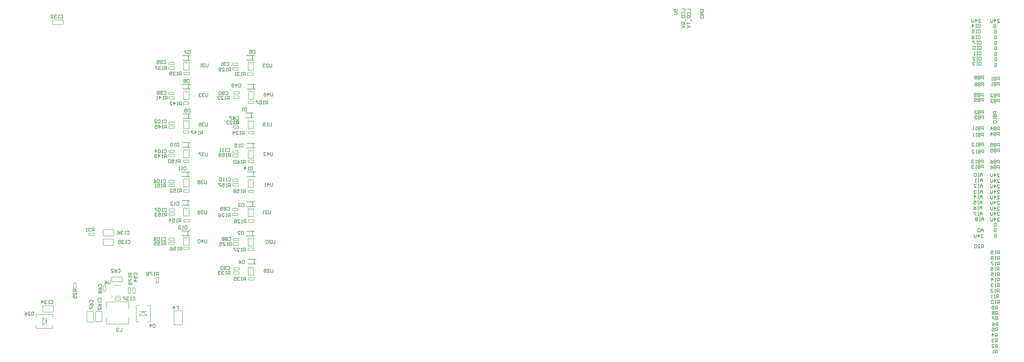
<source format=gbo>
G04*
G04 #@! TF.GenerationSoftware,Altium Limited,Altium Designer,23.10.1 (27)*
G04*
G04 Layer_Color=32896*
%FSLAX25Y25*%
%MOIN*%
G70*
G04*
G04 #@! TF.SameCoordinates,11ED35D2-EC07-4038-AA85-49FD2C925FBF*
G04*
G04*
G04 #@! TF.FilePolarity,Positive*
G04*
G01*
G75*
%ADD10C,0.01000*%
%ADD11C,0.00500*%
%ADD12C,0.00787*%
%ADD67C,0.00984*%
%ADD68C,0.00700*%
D10*
X384713Y244432D02*
X398887D01*
X384713Y235968D02*
X398887D01*
X395639D02*
Y244432D01*
X386113Y401232D02*
X400287D01*
X386113Y392768D02*
X400287D01*
X397039D02*
Y401232D01*
X501613Y241832D02*
X515787D01*
X501613Y233368D02*
X515787D01*
X512539D02*
Y241832D01*
X501413Y507132D02*
X515587D01*
X501413Y498668D02*
X515587D01*
X512339D02*
Y507132D01*
X499124Y402832D02*
X513297D01*
X499124Y394368D02*
X513297D01*
X510049D02*
Y402832D01*
X502413Y347932D02*
X516587D01*
X502413Y339468D02*
X516587D01*
X513339D02*
Y347932D01*
X502713Y296132D02*
X516887D01*
X502713Y287668D02*
X516887D01*
X513639D02*
Y296132D01*
X513939Y446068D02*
Y454532D01*
X503013Y446068D02*
X517187D01*
X503013Y454532D02*
X517187D01*
X501624Y188632D02*
X515797D01*
X501624Y180168D02*
X515797D01*
X512549D02*
Y188632D01*
X504313Y138014D02*
X518487D01*
X504313Y129550D02*
X518487D01*
X515239D02*
Y138014D01*
X385813Y506632D02*
X399987D01*
X385813Y498168D02*
X399987D01*
X396739D02*
Y506632D01*
X386013Y454932D02*
X400187D01*
X386013Y446468D02*
X400187D01*
X396939D02*
Y454932D01*
X385713Y349332D02*
X399887D01*
X385713Y340868D02*
X399887D01*
X396639D02*
Y349332D01*
X384713Y296032D02*
X398887D01*
X384713Y287568D02*
X398887D01*
X395639D02*
Y296032D01*
X384413Y189232D02*
X398587D01*
X384413Y180768D02*
X398587D01*
X395339D02*
Y189232D01*
X1832326Y158600D02*
Y164598D01*
X1829327D01*
X1828327Y163598D01*
Y161599D01*
X1829327Y160599D01*
X1832326D01*
X1830327D02*
X1828327Y158600D01*
X1822329D02*
X1826328D01*
X1822329Y162599D01*
Y163598D01*
X1823329Y164598D01*
X1825328D01*
X1826328Y163598D01*
X1820330D02*
X1819330Y164598D01*
X1817331D01*
X1816331Y163598D01*
Y159600D01*
X1817331Y158600D01*
X1819330D01*
X1820330Y159600D01*
Y163598D01*
X1861077Y147700D02*
Y153698D01*
X1858078D01*
X1857079Y152698D01*
Y150699D01*
X1858078Y149699D01*
X1861077D01*
X1859078D02*
X1857079Y147700D01*
X1855079D02*
X1853080D01*
X1854079D01*
Y153698D01*
X1855079Y152698D01*
X1850081Y148700D02*
X1849081Y147700D01*
X1847082D01*
X1846082Y148700D01*
Y152698D01*
X1847082Y153698D01*
X1849081D01*
X1850081Y152698D01*
Y151699D01*
X1849081Y150699D01*
X1846082D01*
X1861077Y137700D02*
Y143698D01*
X1858078D01*
X1857079Y142698D01*
Y140699D01*
X1858078Y139699D01*
X1861077D01*
X1859078D02*
X1857079Y137700D01*
X1855079D02*
X1853080D01*
X1854079D01*
Y143698D01*
X1855079Y142698D01*
X1850081D02*
X1849081Y143698D01*
X1847082D01*
X1846082Y142698D01*
Y141699D01*
X1847082Y140699D01*
X1846082Y139699D01*
Y138700D01*
X1847082Y137700D01*
X1849081D01*
X1850081Y138700D01*
Y139699D01*
X1849081Y140699D01*
X1850081Y141699D01*
Y142698D01*
X1849081Y140699D02*
X1847082D01*
X1861077Y127300D02*
Y133298D01*
X1858078D01*
X1857079Y132298D01*
Y130299D01*
X1858078Y129299D01*
X1861077D01*
X1859078D02*
X1857079Y127300D01*
X1855079D02*
X1853080D01*
X1854079D01*
Y133298D01*
X1855079Y132298D01*
X1850081Y133298D02*
X1846082D01*
Y132298D01*
X1850081Y128300D01*
Y127300D01*
X1860126Y117900D02*
Y123898D01*
X1857127D01*
X1856127Y122898D01*
Y120899D01*
X1857127Y119899D01*
X1860126D01*
X1858127D02*
X1856127Y117900D01*
X1854128D02*
X1852129D01*
X1853128D01*
Y123898D01*
X1854128Y122898D01*
X1845131Y123898D02*
X1847130Y122898D01*
X1849130Y120899D01*
Y118900D01*
X1848130Y117900D01*
X1846131D01*
X1845131Y118900D01*
Y119899D01*
X1846131Y120899D01*
X1849130D01*
X1861077Y107800D02*
Y113798D01*
X1858078D01*
X1857079Y112798D01*
Y110799D01*
X1858078Y109799D01*
X1861077D01*
X1859078D02*
X1857079Y107800D01*
X1855079D02*
X1853080D01*
X1854079D01*
Y113798D01*
X1855079Y112798D01*
X1846082Y113798D02*
X1850081D01*
Y110799D01*
X1848081Y111799D01*
X1847082D01*
X1846082Y110799D01*
Y108800D01*
X1847082Y107800D01*
X1849081D01*
X1850081Y108800D01*
X1861077Y97800D02*
Y103798D01*
X1858078D01*
X1857079Y102798D01*
Y100799D01*
X1858078Y99799D01*
X1861077D01*
X1859078D02*
X1857079Y97800D01*
X1855079D02*
X1853080D01*
X1854079D01*
Y103798D01*
X1855079Y102798D01*
X1847082Y97800D02*
Y103798D01*
X1850081Y100799D01*
X1846082D01*
X1861077Y88000D02*
Y93998D01*
X1858078D01*
X1857079Y92998D01*
Y90999D01*
X1858078Y89999D01*
X1861077D01*
X1859078D02*
X1857079Y88000D01*
X1855079D02*
X1853080D01*
X1854079D01*
Y93998D01*
X1855079Y92998D01*
X1850081D02*
X1849081Y93998D01*
X1847082D01*
X1846082Y92998D01*
Y91999D01*
X1847082Y90999D01*
X1848081D01*
X1847082D01*
X1846082Y89999D01*
Y89000D01*
X1847082Y88000D01*
X1849081D01*
X1850081Y89000D01*
X1860126Y78100D02*
Y84098D01*
X1857127D01*
X1856127Y83098D01*
Y81099D01*
X1857127Y80099D01*
X1860126D01*
X1858127D02*
X1856127Y78100D01*
X1854128D02*
X1852129D01*
X1853128D01*
Y84098D01*
X1854128Y83098D01*
X1845131Y78100D02*
X1849130D01*
X1845131Y82099D01*
Y83098D01*
X1846131Y84098D01*
X1848130D01*
X1849130Y83098D01*
X1859126Y68000D02*
Y73998D01*
X1856127D01*
X1855127Y72998D01*
Y70999D01*
X1856127Y69999D01*
X1859126D01*
X1857127D02*
X1855127Y68000D01*
X1853128D02*
X1851129D01*
X1852128D01*
Y73998D01*
X1853128Y72998D01*
X1848130Y68000D02*
X1846130D01*
X1847130D01*
Y73998D01*
X1848130Y72998D01*
X1861077Y57600D02*
Y63598D01*
X1858078D01*
X1857079Y62598D01*
Y60599D01*
X1858078Y59599D01*
X1861077D01*
X1859078D02*
X1857079Y57600D01*
X1855079D02*
X1853080D01*
X1854079D01*
Y63598D01*
X1855079Y62598D01*
X1850081D02*
X1849081Y63598D01*
X1847082D01*
X1846082Y62598D01*
Y58600D01*
X1847082Y57600D01*
X1849081D01*
X1850081Y58600D01*
Y62598D01*
X1857526Y47600D02*
Y53598D01*
X1854527D01*
X1853527Y52598D01*
Y50599D01*
X1854527Y49599D01*
X1857526D01*
X1855527D02*
X1853527Y47600D01*
X1851528Y48600D02*
X1850528Y47600D01*
X1848529D01*
X1847529Y48600D01*
Y52598D01*
X1848529Y53598D01*
X1850528D01*
X1851528Y52598D01*
Y51599D01*
X1850528Y50599D01*
X1847529D01*
X1857926Y37900D02*
Y43898D01*
X1854927D01*
X1853927Y42898D01*
Y40899D01*
X1854927Y39899D01*
X1857926D01*
X1855927D02*
X1853927Y37900D01*
X1851928Y42898D02*
X1850928Y43898D01*
X1848929D01*
X1847929Y42898D01*
Y41899D01*
X1848929Y40899D01*
X1847929Y39899D01*
Y38900D01*
X1848929Y37900D01*
X1850928D01*
X1851928Y38900D01*
Y39899D01*
X1850928Y40899D01*
X1851928Y41899D01*
Y42898D01*
X1850928Y40899D02*
X1848929D01*
X1857926Y28000D02*
Y33998D01*
X1854927D01*
X1853927Y32998D01*
Y30999D01*
X1854927Y29999D01*
X1857926D01*
X1855927D02*
X1853927Y28000D01*
X1851928Y33998D02*
X1847929D01*
Y32998D01*
X1851928Y29000D01*
Y28000D01*
X1858226Y17700D02*
Y23698D01*
X1855227D01*
X1854227Y22698D01*
Y20699D01*
X1855227Y19699D01*
X1858226D01*
X1856227D02*
X1854227Y17700D01*
X1848229Y23698D02*
X1850229Y22698D01*
X1852228Y20699D01*
Y18700D01*
X1851228Y17700D01*
X1849229D01*
X1848229Y18700D01*
Y19699D01*
X1849229Y20699D01*
X1852228D01*
X1857626Y7800D02*
Y13798D01*
X1854627D01*
X1853627Y12798D01*
Y10799D01*
X1854627Y9799D01*
X1857626D01*
X1855627D02*
X1853627Y7800D01*
X1847629Y13798D02*
X1851628D01*
Y10799D01*
X1849629Y11799D01*
X1848629D01*
X1847629Y10799D01*
Y8800D01*
X1848629Y7800D01*
X1850628D01*
X1851628Y8800D01*
X1857426Y-2200D02*
Y3798D01*
X1854427D01*
X1853427Y2798D01*
Y799D01*
X1854427Y-201D01*
X1857426D01*
X1855427D02*
X1853427Y-2200D01*
X1848429D02*
Y3798D01*
X1851428Y799D01*
X1847429D01*
X1857526Y-12200D02*
Y-6202D01*
X1854527D01*
X1853527Y-7202D01*
Y-9201D01*
X1854527Y-10201D01*
X1857526D01*
X1855527D02*
X1853527Y-12200D01*
X1851528Y-7202D02*
X1850528Y-6202D01*
X1848529D01*
X1847529Y-7202D01*
Y-8201D01*
X1848529Y-9201D01*
X1849529D01*
X1848529D01*
X1847529Y-10201D01*
Y-11200D01*
X1848529Y-12200D01*
X1850528D01*
X1851528Y-11200D01*
X1857626Y-22100D02*
Y-16102D01*
X1854627D01*
X1853627Y-17102D01*
Y-19101D01*
X1854627Y-20101D01*
X1857626D01*
X1855627D02*
X1853627Y-22100D01*
X1847629D02*
X1851628D01*
X1847629Y-18101D01*
Y-17102D01*
X1848629Y-16102D01*
X1850628D01*
X1851628Y-17102D01*
X1856826Y-32000D02*
Y-26002D01*
X1853827D01*
X1852827Y-27002D01*
Y-29001D01*
X1853827Y-30001D01*
X1856826D01*
X1854827D02*
X1852827Y-32000D01*
X1850828D02*
X1848829D01*
X1849828D01*
Y-26002D01*
X1850828Y-27002D01*
X1851927Y182398D02*
X1852927Y183398D01*
X1854926D01*
X1855926Y182398D01*
Y178400D01*
X1854926Y177400D01*
X1852927D01*
X1851927Y178400D01*
Y180399D01*
X1853927D01*
X1851127Y192998D02*
X1852127Y193998D01*
X1854126D01*
X1855126Y192998D01*
Y189000D01*
X1854126Y188000D01*
X1852127D01*
X1851127Y189000D01*
Y190999D01*
X1853127D01*
X1851227Y202198D02*
X1852227Y203198D01*
X1854226D01*
X1855226Y202198D01*
Y198200D01*
X1854226Y197200D01*
X1852227D01*
X1851227Y198200D01*
Y200199D01*
X1853227D01*
X1857079Y286800D02*
X1861077D01*
X1857079Y290799D01*
Y291798D01*
X1858078Y292798D01*
X1860077D01*
X1861077Y291798D01*
X1852080Y286800D02*
Y292798D01*
X1855079Y289799D01*
X1851080D01*
X1849081Y292798D02*
Y288799D01*
X1847082Y286800D01*
X1845082Y288799D01*
Y292798D01*
X1857079Y276900D02*
X1861077D01*
X1857079Y280899D01*
Y281898D01*
X1858078Y282898D01*
X1860077D01*
X1861077Y281898D01*
X1852080Y276900D02*
Y282898D01*
X1855079Y279899D01*
X1851080D01*
X1849081Y282898D02*
Y278899D01*
X1847082Y276900D01*
X1845082Y278899D01*
Y282898D01*
X1857079Y266900D02*
X1861077D01*
X1857079Y270899D01*
Y271898D01*
X1858078Y272898D01*
X1860077D01*
X1861077Y271898D01*
X1852080Y266900D02*
Y272898D01*
X1855079Y269899D01*
X1851080D01*
X1849081Y272898D02*
Y268899D01*
X1847082Y266900D01*
X1845082Y268899D01*
Y272898D01*
X1857079Y257000D02*
X1861077D01*
X1857079Y260999D01*
Y261998D01*
X1858078Y262998D01*
X1860077D01*
X1861077Y261998D01*
X1852080Y257000D02*
Y262998D01*
X1855079Y259999D01*
X1851080D01*
X1849081Y262998D02*
Y258999D01*
X1847082Y257000D01*
X1845082Y258999D01*
Y262998D01*
X1857079Y246900D02*
X1861077D01*
X1857079Y250899D01*
Y251898D01*
X1858078Y252898D01*
X1860077D01*
X1861077Y251898D01*
X1852080Y246900D02*
Y252898D01*
X1855079Y249899D01*
X1851080D01*
X1849081Y252898D02*
Y248899D01*
X1847082Y246900D01*
X1845082Y248899D01*
Y252898D01*
X1857079Y237200D02*
X1861077D01*
X1857079Y241199D01*
Y242198D01*
X1858078Y243198D01*
X1860077D01*
X1861077Y242198D01*
X1852080Y237200D02*
Y243198D01*
X1855079Y240199D01*
X1851080D01*
X1849081Y243198D02*
Y239199D01*
X1847082Y237200D01*
X1845082Y239199D01*
Y243198D01*
X1857079Y226500D02*
X1861077D01*
X1857079Y230499D01*
Y231498D01*
X1858078Y232498D01*
X1860077D01*
X1861077Y231498D01*
X1852080Y226500D02*
Y232498D01*
X1855079Y229499D01*
X1851080D01*
X1849081Y232498D02*
Y228499D01*
X1847082Y226500D01*
X1845082Y228499D01*
Y232498D01*
X1857079Y217000D02*
X1861077D01*
X1857079Y220999D01*
Y221998D01*
X1858078Y222998D01*
X1860077D01*
X1861077Y221998D01*
X1852080Y217000D02*
Y222998D01*
X1855079Y219999D01*
X1851080D01*
X1849081Y222998D02*
Y218999D01*
X1847082Y217000D01*
X1845082Y218999D01*
Y222998D01*
X1857079Y206900D02*
X1861077D01*
X1857079Y210899D01*
Y211898D01*
X1858078Y212898D01*
X1860077D01*
X1861077Y211898D01*
X1852080Y206900D02*
Y212898D01*
X1855079Y209899D01*
X1851080D01*
X1849081Y212898D02*
Y208899D01*
X1847082Y206900D01*
X1845082Y208899D01*
Y212898D01*
X1827727Y177000D02*
X1831726D01*
X1827727Y180999D01*
Y181998D01*
X1828727Y182998D01*
X1830726D01*
X1831726Y181998D01*
X1822729Y177000D02*
Y182998D01*
X1825728Y179999D01*
X1821729D01*
X1819730Y182998D02*
Y178999D01*
X1817731Y177000D01*
X1815731Y178999D01*
Y182998D01*
X1831826Y187400D02*
Y191399D01*
X1829827Y193398D01*
X1827827Y191399D01*
Y187400D01*
Y190399D01*
X1831826D01*
X1822829Y193398D02*
X1824828D01*
X1825828Y192398D01*
Y188400D01*
X1824828Y187400D01*
X1822829D01*
X1821829Y188400D01*
Y192398D01*
X1822829Y193398D01*
X1832526Y207400D02*
Y211399D01*
X1830527Y213398D01*
X1828527Y211399D01*
Y207400D01*
Y210399D01*
X1832526D01*
X1826528Y213398D02*
X1824529D01*
X1825528D01*
Y207400D01*
X1826528D01*
X1824529D01*
X1821530Y212398D02*
X1820530Y213398D01*
X1818531D01*
X1817531Y212398D01*
Y211399D01*
X1818531Y210399D01*
X1817531Y209399D01*
Y208400D01*
X1818531Y207400D01*
X1820530D01*
X1821530Y208400D01*
Y209399D01*
X1820530Y210399D01*
X1821530Y211399D01*
Y212398D01*
X1820530Y210399D02*
X1818531D01*
X1829926Y217200D02*
Y221199D01*
X1827927Y223198D01*
X1825927Y221199D01*
Y217200D01*
Y220199D01*
X1829926D01*
X1823928Y223198D02*
X1821929D01*
X1822928D01*
Y217200D01*
X1823928D01*
X1821929D01*
X1818930Y223198D02*
X1814931D01*
Y222198D01*
X1818930Y218200D01*
Y217200D01*
X1829726Y227800D02*
Y231799D01*
X1827727Y233798D01*
X1825727Y231799D01*
Y227800D01*
Y230799D01*
X1829726D01*
X1823728Y233798D02*
X1821729D01*
X1822728D01*
Y227800D01*
X1823728D01*
X1821729D01*
X1814731Y233798D02*
X1816730Y232798D01*
X1818730Y230799D01*
Y228800D01*
X1817730Y227800D01*
X1815731D01*
X1814731Y228800D01*
Y229799D01*
X1815731Y230799D01*
X1818730D01*
X1829626Y237600D02*
Y241599D01*
X1827627Y243598D01*
X1825627Y241599D01*
Y237600D01*
Y240599D01*
X1829626D01*
X1823628Y243598D02*
X1821629D01*
X1822628D01*
Y237600D01*
X1823628D01*
X1821629D01*
X1814631Y243598D02*
X1818630D01*
Y240599D01*
X1816630Y241599D01*
X1815631D01*
X1814631Y240599D01*
Y238600D01*
X1815631Y237600D01*
X1817630D01*
X1818630Y238600D01*
X1829926Y247900D02*
Y251899D01*
X1827927Y253898D01*
X1825927Y251899D01*
Y247900D01*
Y250899D01*
X1829926D01*
X1823928Y253898D02*
X1821929D01*
X1822928D01*
Y247900D01*
X1823928D01*
X1821929D01*
X1815931D02*
Y253898D01*
X1818930Y250899D01*
X1814931D01*
X1830326Y256900D02*
Y260899D01*
X1828327Y262898D01*
X1826327Y260899D01*
Y256900D01*
Y259899D01*
X1830326D01*
X1824328Y262898D02*
X1822329D01*
X1823328D01*
Y256900D01*
X1824328D01*
X1822329D01*
X1819330Y261898D02*
X1818330Y262898D01*
X1816331D01*
X1815331Y261898D01*
Y260899D01*
X1816331Y259899D01*
X1817330D01*
X1816331D01*
X1815331Y258899D01*
Y257900D01*
X1816331Y256900D01*
X1818330D01*
X1819330Y257900D01*
X1830326Y267700D02*
Y271699D01*
X1828327Y273698D01*
X1826327Y271699D01*
Y267700D01*
Y270699D01*
X1830326D01*
X1824328Y273698D02*
X1822329D01*
X1823328D01*
Y267700D01*
X1824328D01*
X1822329D01*
X1815331D02*
X1819330D01*
X1815331Y271699D01*
Y272698D01*
X1816331Y273698D01*
X1818330D01*
X1819330Y272698D01*
X1830126Y277900D02*
Y281899D01*
X1828127Y283898D01*
X1826127Y281899D01*
Y277900D01*
Y280899D01*
X1830126D01*
X1824128Y283898D02*
X1822129D01*
X1823128D01*
Y277900D01*
X1824128D01*
X1822129D01*
X1819130D02*
X1817130D01*
X1818130D01*
Y283898D01*
X1819130Y282898D01*
X1830226Y287900D02*
Y291899D01*
X1828227Y293898D01*
X1826227Y291899D01*
Y287900D01*
Y290899D01*
X1830226D01*
X1824228Y293898D02*
X1822229D01*
X1823228D01*
Y287900D01*
X1824228D01*
X1822229D01*
X1819230Y292898D02*
X1818230Y293898D01*
X1816231D01*
X1815231Y292898D01*
Y288900D01*
X1816231Y287900D01*
X1818230D01*
X1819230Y288900D01*
Y292898D01*
X1832526Y451600D02*
Y457598D01*
X1829527D01*
X1828527Y456598D01*
Y454599D01*
X1829527Y453599D01*
X1832526D01*
X1826528Y457598D02*
Y451600D01*
X1823529D01*
X1822529Y452600D01*
Y453599D01*
X1823529Y454599D01*
X1826528D01*
X1823529D01*
X1822529Y455599D01*
Y456598D01*
X1823529Y457598D01*
X1826528D01*
X1820530Y456598D02*
X1819530Y457598D01*
X1817531D01*
X1816531Y456598D01*
Y455599D01*
X1817531Y454599D01*
X1816531Y453599D01*
Y452600D01*
X1817531Y451600D01*
X1819530D01*
X1820530Y452600D01*
Y453599D01*
X1819530Y454599D01*
X1820530Y455599D01*
Y456598D01*
X1819530Y454599D02*
X1817531D01*
X1832426Y463900D02*
Y469898D01*
X1829427D01*
X1828427Y468898D01*
Y466899D01*
X1829427Y465899D01*
X1832426D01*
X1826428Y469898D02*
Y463900D01*
X1823429D01*
X1822429Y464900D01*
Y465899D01*
X1823429Y466899D01*
X1826428D01*
X1823429D01*
X1822429Y467899D01*
Y468898D01*
X1823429Y469898D01*
X1826428D01*
X1820430Y468898D02*
X1819430Y469898D01*
X1817431D01*
X1816431Y468898D01*
Y467899D01*
X1817431Y466899D01*
X1816431Y465899D01*
Y464900D01*
X1817431Y463900D01*
X1819430D01*
X1820430Y464900D01*
Y465899D01*
X1819430Y466899D01*
X1820430Y467899D01*
Y468898D01*
X1819430Y466899D02*
X1817431D01*
X1831926Y423400D02*
Y429398D01*
X1828927D01*
X1827927Y428398D01*
Y426399D01*
X1828927Y425399D01*
X1831926D01*
X1825928Y429398D02*
Y423400D01*
X1822929D01*
X1821929Y424400D01*
Y425399D01*
X1822929Y426399D01*
X1825928D01*
X1822929D01*
X1821929Y427399D01*
Y428398D01*
X1822929Y429398D01*
X1825928D01*
X1819930Y424400D02*
X1818930Y423400D01*
X1816931D01*
X1815931Y424400D01*
Y428398D01*
X1816931Y429398D01*
X1818930D01*
X1819930Y428398D01*
Y427399D01*
X1818930Y426399D01*
X1815931D01*
X1831726Y432200D02*
Y438198D01*
X1828727D01*
X1827727Y437198D01*
Y435199D01*
X1828727Y434199D01*
X1831726D01*
X1825728Y438198D02*
Y432200D01*
X1822729D01*
X1821729Y433200D01*
Y434199D01*
X1822729Y435199D01*
X1825728D01*
X1822729D01*
X1821729Y436199D01*
Y437198D01*
X1822729Y438198D01*
X1825728D01*
X1819730Y433200D02*
X1818730Y432200D01*
X1816731D01*
X1815731Y433200D01*
Y437198D01*
X1816731Y438198D01*
X1818730D01*
X1819730Y437198D01*
Y436199D01*
X1818730Y435199D01*
X1815731D01*
X1855926Y405500D02*
X1849928D01*
Y402501D01*
X1850928Y401501D01*
X1852927D01*
X1853927Y402501D01*
Y405500D01*
X1849928Y399502D02*
X1855926D01*
Y396503D01*
X1854926Y395503D01*
X1853927D01*
X1852927Y396503D01*
Y399502D01*
Y396503D01*
X1851927Y395503D01*
X1850928D01*
X1849928Y396503D01*
Y399502D01*
X1855926Y393504D02*
Y391505D01*
Y392504D01*
X1849928D01*
X1850928Y393504D01*
Y388506D02*
X1849928Y387506D01*
Y385507D01*
X1850928Y384507D01*
X1854926D01*
X1855926Y385507D01*
Y387506D01*
X1854926Y388506D01*
X1850928D01*
X1861014Y361500D02*
Y367498D01*
X1858015D01*
X1857015Y366498D01*
Y364499D01*
X1858015Y363499D01*
X1861014D01*
X1855016Y367498D02*
Y361500D01*
X1852017D01*
X1851018Y362500D01*
Y363499D01*
X1852017Y364499D01*
X1855016D01*
X1852017D01*
X1851018Y365499D01*
Y366498D01*
X1852017Y367498D01*
X1855016D01*
X1846019Y361500D02*
Y367498D01*
X1849018Y364499D01*
X1845019D01*
X1861014Y371700D02*
Y377698D01*
X1858015D01*
X1857015Y376698D01*
Y374699D01*
X1858015Y373699D01*
X1861014D01*
X1855016Y377698D02*
Y371700D01*
X1852017D01*
X1851018Y372700D01*
Y373699D01*
X1852017Y374699D01*
X1855016D01*
X1852017D01*
X1851018Y375699D01*
Y376698D01*
X1852017Y377698D01*
X1855016D01*
X1846019Y371700D02*
Y377698D01*
X1849018Y374699D01*
X1845019D01*
X1832226Y360300D02*
Y366298D01*
X1829227D01*
X1828227Y365298D01*
Y363299D01*
X1829227Y362299D01*
X1832226D01*
X1826228Y366298D02*
Y360300D01*
X1823229D01*
X1822229Y361300D01*
Y362299D01*
X1823229Y363299D01*
X1826228D01*
X1823229D01*
X1822229Y364299D01*
Y365298D01*
X1823229Y366298D01*
X1826228D01*
X1820230Y360300D02*
X1818231D01*
X1819230D01*
Y366298D01*
X1820230Y365298D01*
X1815232Y360300D02*
X1813232D01*
X1814232D01*
Y366298D01*
X1815232Y365298D01*
X1831926Y372200D02*
Y378198D01*
X1828927D01*
X1827927Y377198D01*
Y375199D01*
X1828927Y374199D01*
X1831926D01*
X1825928Y378198D02*
Y372200D01*
X1822929D01*
X1821929Y373200D01*
Y374199D01*
X1822929Y375199D01*
X1825928D01*
X1822929D01*
X1821929Y376199D01*
Y377198D01*
X1822929Y378198D01*
X1825928D01*
X1819930Y372200D02*
X1817931D01*
X1818930D01*
Y378198D01*
X1819930Y377198D01*
X1814931Y372200D02*
X1812932D01*
X1813932D01*
Y378198D01*
X1814931Y377198D01*
X1861014Y332000D02*
Y337998D01*
X1858015D01*
X1857015Y336998D01*
Y334999D01*
X1858015Y333999D01*
X1861014D01*
X1855016Y337998D02*
Y332000D01*
X1852017D01*
X1851018Y333000D01*
Y333999D01*
X1852017Y334999D01*
X1855016D01*
X1852017D01*
X1851018Y335999D01*
Y336998D01*
X1852017Y337998D01*
X1855016D01*
X1845019D02*
X1849018D01*
Y334999D01*
X1847019Y335999D01*
X1846019D01*
X1845019Y334999D01*
Y333000D01*
X1846019Y332000D01*
X1848018D01*
X1849018Y333000D01*
X1861014Y341800D02*
Y347798D01*
X1858015D01*
X1857015Y346798D01*
Y344799D01*
X1858015Y343799D01*
X1861014D01*
X1855016Y347798D02*
Y341800D01*
X1852017D01*
X1851018Y342800D01*
Y343799D01*
X1852017Y344799D01*
X1855016D01*
X1852017D01*
X1851018Y345799D01*
Y346798D01*
X1852017Y347798D01*
X1855016D01*
X1845019D02*
X1849018D01*
Y344799D01*
X1847019Y345799D01*
X1846019D01*
X1845019Y344799D01*
Y342800D01*
X1846019Y341800D01*
X1848018D01*
X1849018Y342800D01*
X1832326Y342700D02*
Y348698D01*
X1829327D01*
X1828327Y347698D01*
Y345699D01*
X1829327Y344699D01*
X1832326D01*
X1826328Y348698D02*
Y342700D01*
X1823329D01*
X1822329Y343700D01*
Y344699D01*
X1823329Y345699D01*
X1826328D01*
X1823329D01*
X1822329Y346699D01*
Y347698D01*
X1823329Y348698D01*
X1826328D01*
X1820330Y342700D02*
X1818331D01*
X1819330D01*
Y348698D01*
X1820330Y347698D01*
X1811333Y342700D02*
X1815331D01*
X1811333Y346699D01*
Y347698D01*
X1812333Y348698D01*
X1814332D01*
X1815331Y347698D01*
X1832726Y329900D02*
Y335898D01*
X1829727D01*
X1828727Y334898D01*
Y332899D01*
X1829727Y331899D01*
X1832726D01*
X1826728Y335898D02*
Y329900D01*
X1823729D01*
X1822729Y330900D01*
Y331899D01*
X1823729Y332899D01*
X1826728D01*
X1823729D01*
X1822729Y333899D01*
Y334898D01*
X1823729Y335898D01*
X1826728D01*
X1820730Y329900D02*
X1818731D01*
X1819730D01*
Y335898D01*
X1820730Y334898D01*
X1811733Y329900D02*
X1815731D01*
X1811733Y333899D01*
Y334898D01*
X1812733Y335898D01*
X1814732D01*
X1815731Y334898D01*
X1831826Y311900D02*
Y317898D01*
X1828827D01*
X1827827Y316898D01*
Y314899D01*
X1828827Y313899D01*
X1831826D01*
X1825828Y317898D02*
Y311900D01*
X1822829D01*
X1821829Y312900D01*
Y313899D01*
X1822829Y314899D01*
X1825828D01*
X1822829D01*
X1821829Y315899D01*
Y316898D01*
X1822829Y317898D01*
X1825828D01*
X1819830Y311900D02*
X1817831D01*
X1818830D01*
Y317898D01*
X1819830Y316898D01*
X1814832D02*
X1813832Y317898D01*
X1811832D01*
X1810833Y316898D01*
Y315899D01*
X1811832Y314899D01*
X1812832D01*
X1811832D01*
X1810833Y313899D01*
Y312900D01*
X1811832Y311900D01*
X1813832D01*
X1814832Y312900D01*
X1831826Y302500D02*
Y308498D01*
X1828827D01*
X1827827Y307498D01*
Y305499D01*
X1828827Y304499D01*
X1831826D01*
X1825828Y308498D02*
Y302500D01*
X1822829D01*
X1821829Y303500D01*
Y304499D01*
X1822829Y305499D01*
X1825828D01*
X1822829D01*
X1821829Y306499D01*
Y307498D01*
X1822829Y308498D01*
X1825828D01*
X1819830Y302500D02*
X1817831D01*
X1818830D01*
Y308498D01*
X1819830Y307498D01*
X1814832D02*
X1813832Y308498D01*
X1811832D01*
X1810833Y307498D01*
Y306499D01*
X1811832Y305499D01*
X1812832D01*
X1811832D01*
X1810833Y304499D01*
Y303500D01*
X1811832Y302500D01*
X1813832D01*
X1814832Y303500D01*
X1861014Y311500D02*
Y317498D01*
X1858015D01*
X1857015Y316498D01*
Y314499D01*
X1858015Y313499D01*
X1861014D01*
X1855016Y317498D02*
Y311500D01*
X1852017D01*
X1851018Y312500D01*
Y313499D01*
X1852017Y314499D01*
X1855016D01*
X1852017D01*
X1851018Y315499D01*
Y316498D01*
X1852017Y317498D01*
X1855016D01*
X1845019D02*
X1847019Y316498D01*
X1849018Y314499D01*
Y312500D01*
X1848018Y311500D01*
X1846019D01*
X1845019Y312500D01*
Y313499D01*
X1846019Y314499D01*
X1849018D01*
X1861014Y301600D02*
Y307598D01*
X1858015D01*
X1857015Y306598D01*
Y304599D01*
X1858015Y303599D01*
X1861014D01*
X1855016Y307598D02*
Y301600D01*
X1852017D01*
X1851018Y302600D01*
Y303599D01*
X1852017Y304599D01*
X1855016D01*
X1852017D01*
X1851018Y305599D01*
Y306598D01*
X1852017Y307598D01*
X1855016D01*
X1845019D02*
X1847019Y306598D01*
X1849018Y304599D01*
Y302600D01*
X1848018Y301600D01*
X1846019D01*
X1845019Y302600D01*
Y303599D01*
X1846019Y304599D01*
X1849018D01*
X1832626Y392000D02*
Y397998D01*
X1829627D01*
X1828627Y396998D01*
Y394999D01*
X1829627Y393999D01*
X1832626D01*
X1826628Y397998D02*
Y392000D01*
X1823629D01*
X1822629Y393000D01*
Y393999D01*
X1823629Y394999D01*
X1826628D01*
X1823629D01*
X1822629Y395999D01*
Y396998D01*
X1823629Y397998D01*
X1826628D01*
X1820630Y396998D02*
X1819630Y397998D01*
X1817631D01*
X1816631Y396998D01*
Y395999D01*
X1817631Y394999D01*
X1818631D01*
X1817631D01*
X1816631Y393999D01*
Y393000D01*
X1817631Y392000D01*
X1819630D01*
X1820630Y393000D01*
X1832326Y401200D02*
Y407198D01*
X1829327D01*
X1828327Y406198D01*
Y404199D01*
X1829327Y403199D01*
X1832326D01*
X1826328Y407198D02*
Y401200D01*
X1823329D01*
X1822329Y402200D01*
Y403199D01*
X1823329Y404199D01*
X1826328D01*
X1823329D01*
X1822329Y405199D01*
Y406198D01*
X1823329Y407198D01*
X1826328D01*
X1820330Y406198D02*
X1819330Y407198D01*
X1817331D01*
X1816331Y406198D01*
Y405199D01*
X1817331Y404199D01*
X1818331D01*
X1817331D01*
X1816331Y403199D01*
Y402200D01*
X1817331Y401200D01*
X1819330D01*
X1820330Y402200D01*
X1861014Y422000D02*
Y427998D01*
X1858015D01*
X1857015Y426998D01*
Y424999D01*
X1858015Y423999D01*
X1861014D01*
X1855016Y427998D02*
Y422000D01*
X1852017D01*
X1851018Y423000D01*
Y423999D01*
X1852017Y424999D01*
X1855016D01*
X1852017D01*
X1851018Y425999D01*
Y426998D01*
X1852017Y427998D01*
X1855016D01*
X1845019Y422000D02*
X1849018D01*
X1845019Y425999D01*
Y426998D01*
X1846019Y427998D01*
X1848018D01*
X1849018Y426998D01*
X1861014Y431600D02*
Y437598D01*
X1858015D01*
X1857015Y436598D01*
Y434599D01*
X1858015Y433599D01*
X1861014D01*
X1855016Y437598D02*
Y431600D01*
X1852017D01*
X1851018Y432600D01*
Y433599D01*
X1852017Y434599D01*
X1855016D01*
X1852017D01*
X1851018Y435599D01*
Y436598D01*
X1852017Y437598D01*
X1855016D01*
X1845019Y431600D02*
X1849018D01*
X1845019Y435599D01*
Y436598D01*
X1846019Y437598D01*
X1848018D01*
X1849018Y436598D01*
X1861014Y452200D02*
Y458198D01*
X1858015D01*
X1857015Y457198D01*
Y455199D01*
X1858015Y454199D01*
X1861014D01*
X1855016Y458198D02*
Y452200D01*
X1852017D01*
X1851018Y453200D01*
Y454199D01*
X1852017Y455199D01*
X1855016D01*
X1852017D01*
X1851018Y456199D01*
Y457198D01*
X1852017Y458198D01*
X1855016D01*
X1849018Y452200D02*
X1847019D01*
X1848018D01*
Y458198D01*
X1849018Y457198D01*
X1861014Y461800D02*
Y467798D01*
X1858015D01*
X1857015Y466798D01*
Y464799D01*
X1858015Y463799D01*
X1861014D01*
X1855016Y467798D02*
Y461800D01*
X1852017D01*
X1851018Y462800D01*
Y463799D01*
X1852017Y464799D01*
X1855016D01*
X1852017D01*
X1851018Y465799D01*
Y466798D01*
X1852017Y467798D01*
X1855016D01*
X1849018Y461800D02*
X1847019D01*
X1848018D01*
Y467798D01*
X1849018Y466798D01*
X1827926Y533098D02*
Y527100D01*
X1824927D01*
X1823927Y528100D01*
Y532098D01*
X1824927Y533098D01*
X1827926D01*
X1821928D02*
X1819929D01*
X1820928D01*
Y527100D01*
X1821928D01*
X1819929D01*
X1816930Y533098D02*
X1812931D01*
Y532098D01*
X1816930Y528100D01*
Y527100D01*
X1826426Y542998D02*
Y537000D01*
X1823427D01*
X1822427Y538000D01*
Y541998D01*
X1823427Y542998D01*
X1826426D01*
X1820428D02*
X1818429D01*
X1819428D01*
Y537000D01*
X1820428D01*
X1818429D01*
X1811431Y542998D02*
X1813430Y541998D01*
X1815430Y539999D01*
Y538000D01*
X1814430Y537000D01*
X1812431D01*
X1811431Y538000D01*
Y538999D01*
X1812431Y539999D01*
X1815430D01*
X1826726Y553698D02*
Y547700D01*
X1823727D01*
X1822727Y548700D01*
Y552698D01*
X1823727Y553698D01*
X1826726D01*
X1820728D02*
X1818729D01*
X1819728D01*
Y547700D01*
X1820728D01*
X1818729D01*
X1811731Y553698D02*
X1815730D01*
Y550699D01*
X1813730Y551699D01*
X1812731D01*
X1811731Y550699D01*
Y548700D01*
X1812731Y547700D01*
X1814730D01*
X1815730Y548700D01*
X1826326Y563398D02*
Y557400D01*
X1823327D01*
X1822327Y558400D01*
Y562398D01*
X1823327Y563398D01*
X1826326D01*
X1820328D02*
X1818329D01*
X1819328D01*
Y557400D01*
X1820328D01*
X1818329D01*
X1812331D02*
Y563398D01*
X1815330Y560399D01*
X1811331D01*
X1827926Y495298D02*
Y489300D01*
X1824927D01*
X1823927Y490300D01*
Y494298D01*
X1824927Y495298D01*
X1827926D01*
X1821928D02*
X1819929D01*
X1820928D01*
Y489300D01*
X1821928D01*
X1819929D01*
X1816930Y494298D02*
X1815930Y495298D01*
X1813931D01*
X1812931Y494298D01*
Y493299D01*
X1813931Y492299D01*
X1814930D01*
X1813931D01*
X1812931Y491299D01*
Y490300D01*
X1813931Y489300D01*
X1815930D01*
X1816930Y490300D01*
X1828026Y504098D02*
Y498100D01*
X1825027D01*
X1824027Y499100D01*
Y503098D01*
X1825027Y504098D01*
X1828026D01*
X1822028D02*
X1820029D01*
X1821028D01*
Y498100D01*
X1822028D01*
X1820029D01*
X1813031D02*
X1817030D01*
X1813031Y502099D01*
Y503098D01*
X1814031Y504098D01*
X1816030D01*
X1817030Y503098D01*
X1828026Y513498D02*
Y507500D01*
X1825027D01*
X1824027Y508500D01*
Y512498D01*
X1825027Y513498D01*
X1828026D01*
X1822028D02*
X1820029D01*
X1821028D01*
Y507500D01*
X1822028D01*
X1820029D01*
X1817030D02*
X1815030D01*
X1816030D01*
Y513498D01*
X1817030Y512498D01*
X1828426Y523798D02*
Y517800D01*
X1825427D01*
X1824427Y518800D01*
Y522798D01*
X1825427Y523798D01*
X1828426D01*
X1822428D02*
X1820429D01*
X1821428D01*
Y517800D01*
X1822428D01*
X1820429D01*
X1817430Y522798D02*
X1816430Y523798D01*
X1814431D01*
X1813431Y522798D01*
Y518800D01*
X1814431Y517800D01*
X1816430D01*
X1817430Y518800D01*
Y522798D01*
X1852427Y491698D02*
X1853427Y492698D01*
X1855426D01*
X1856426Y491698D01*
Y487700D01*
X1855426Y486700D01*
X1853427D01*
X1852427Y487700D01*
Y489699D01*
X1854427D01*
X1852127Y502098D02*
X1853127Y503098D01*
X1855126D01*
X1856126Y502098D01*
Y498100D01*
X1855126Y497100D01*
X1853127D01*
X1852127Y498100D01*
Y500099D01*
X1854127D01*
X1851927Y511998D02*
X1852927Y512998D01*
X1854926D01*
X1855926Y511998D01*
Y508000D01*
X1854926Y507000D01*
X1852927D01*
X1851927Y508000D01*
Y509999D01*
X1853927D01*
X1851827Y521798D02*
X1852827Y522798D01*
X1854826D01*
X1855826Y521798D01*
Y517800D01*
X1854826Y516800D01*
X1852827D01*
X1851827Y517800D01*
Y519799D01*
X1853827D01*
X1851827Y531498D02*
X1852827Y532498D01*
X1854826D01*
X1855826Y531498D01*
Y527500D01*
X1854826Y526500D01*
X1852827D01*
X1851827Y527500D01*
Y529499D01*
X1853827D01*
X1851727Y541998D02*
X1852727Y542998D01*
X1854726D01*
X1855726Y541998D01*
Y538000D01*
X1854726Y537000D01*
X1852727D01*
X1851727Y538000D01*
Y539999D01*
X1853727D01*
X1851127Y552198D02*
X1852127Y553198D01*
X1854126D01*
X1855126Y552198D01*
Y548200D01*
X1854126Y547200D01*
X1852127D01*
X1851127Y548200D01*
Y550199D01*
X1853127D01*
X1850727Y561798D02*
X1851727Y562798D01*
X1853726D01*
X1854726Y561798D01*
Y557800D01*
X1853726Y556800D01*
X1851727D01*
X1850727Y557800D01*
Y559799D01*
X1852727D01*
X1857116Y566500D02*
X1861114D01*
X1857116Y570499D01*
Y571498D01*
X1858115Y572498D01*
X1860114D01*
X1861114Y571498D01*
X1852117Y566500D02*
Y572498D01*
X1855116Y569499D01*
X1851118D01*
X1849118Y572498D02*
Y568499D01*
X1847119Y566500D01*
X1845119Y568499D01*
Y572498D01*
X1822927Y566400D02*
X1826926D01*
X1822927Y570399D01*
Y571398D01*
X1823927Y572398D01*
X1825926D01*
X1826926Y571398D01*
X1817929Y566400D02*
Y572398D01*
X1820928Y569399D01*
X1816929D01*
X1814930Y572398D02*
Y568399D01*
X1812931Y566400D01*
X1810931Y568399D01*
Y572398D01*
X1321928Y586501D02*
X1320928Y587501D01*
Y589500D01*
X1321928Y590500D01*
X1325926D01*
X1326926Y589500D01*
Y587501D01*
X1325926Y586501D01*
X1323927D01*
Y588501D01*
X1326926Y584502D02*
X1320928D01*
X1326926Y580503D01*
X1320928D01*
Y578504D02*
X1326926D01*
Y575505D01*
X1325926Y574505D01*
X1321928D01*
X1320928Y575505D01*
Y578504D01*
X1296928Y590800D02*
X1302926D01*
Y586801D01*
X1297928Y580803D02*
X1296928Y581803D01*
Y583802D01*
X1297928Y584802D01*
X1301926D01*
X1302926Y583802D01*
Y581803D01*
X1301926Y580803D01*
X1296928Y578804D02*
X1302926D01*
Y575805D01*
X1301926Y574805D01*
X1297928D01*
X1296928Y575805D01*
Y578804D01*
X1303926Y572806D02*
Y568807D01*
X1296928Y566808D02*
Y562809D01*
Y564809D01*
X1302926D01*
X1296928Y560810D02*
X1302926Y556811D01*
X1296928D02*
X1302926Y560810D01*
X1287222Y591200D02*
X1293220D01*
Y587201D01*
X1288221Y581203D02*
X1287222Y582203D01*
Y584202D01*
X1288221Y585202D01*
X1292220D01*
X1293220Y584202D01*
Y582203D01*
X1292220Y581203D01*
X1287222Y579204D02*
X1293220D01*
Y576205D01*
X1292220Y575205D01*
X1288221D01*
X1287222Y576205D01*
Y579204D01*
X1294219Y573206D02*
Y569207D01*
X1293220Y567208D02*
X1287222D01*
Y564209D01*
X1288221Y563209D01*
X1290221D01*
X1291220Y564209D01*
Y567208D01*
Y565208D02*
X1293220Y563209D01*
X1287222Y561210D02*
X1293220Y557211D01*
X1287222D02*
X1293220Y561210D01*
X1273728Y586901D02*
Y590900D01*
X1276727D01*
X1275727Y588901D01*
Y587901D01*
X1276727Y586901D01*
X1278726D01*
X1279726Y587901D01*
Y589900D01*
X1278726Y590900D01*
X1273728Y584902D02*
X1277727D01*
X1279726Y582903D01*
X1277727Y580903D01*
X1273728D01*
X494922Y346906D02*
Y340908D01*
X491923D01*
X490924Y341908D01*
Y345906D01*
X491923Y346906D01*
X494922D01*
X488924Y340908D02*
X486925D01*
X487925D01*
Y346906D01*
X488924Y345906D01*
X479927Y346906D02*
X483926D01*
Y343907D01*
X481927Y344907D01*
X480927D01*
X479927Y343907D01*
Y341908D01*
X480927Y340908D01*
X482926D01*
X483926Y341908D01*
X511816Y305598D02*
Y299600D01*
X508817D01*
X507817Y300600D01*
Y304598D01*
X508817Y305598D01*
X511816D01*
X505818Y299600D02*
X503818D01*
X504818D01*
Y305598D01*
X505818Y304598D01*
X497820Y299600D02*
Y305598D01*
X500819Y302599D01*
X496821D01*
X393516Y198698D02*
Y192700D01*
X390517D01*
X389517Y193700D01*
Y197698D01*
X390517Y198698D01*
X393516D01*
X387518Y192700D02*
X385518D01*
X386518D01*
Y198698D01*
X387518Y197698D01*
X382519D02*
X381520Y198698D01*
X379520D01*
X378521Y197698D01*
Y196699D01*
X379520Y195699D01*
X380520D01*
X379520D01*
X378521Y194699D01*
Y193700D01*
X379520Y192700D01*
X381520D01*
X382519Y193700D01*
X378998Y241499D02*
Y235501D01*
X375998D01*
X374999Y236501D01*
Y240499D01*
X375998Y241499D01*
X378998D01*
X373000Y235501D02*
X371000D01*
X372000D01*
Y241499D01*
X373000Y240499D01*
X364002Y235501D02*
X368001D01*
X364002Y239500D01*
Y240499D01*
X365002Y241499D01*
X367002D01*
X368001Y240499D01*
X391816Y305498D02*
Y299500D01*
X388817D01*
X387817Y300500D01*
Y304498D01*
X388817Y305498D01*
X391816D01*
X385818Y299500D02*
X383818D01*
X384818D01*
Y305498D01*
X385818Y304498D01*
X380819Y299500D02*
X378820D01*
X379820D01*
Y305498D01*
X380819Y304498D01*
X378998Y348399D02*
Y342401D01*
X375998D01*
X374999Y343401D01*
Y347399D01*
X375998Y348399D01*
X378998D01*
X373000Y342401D02*
X371000D01*
X372000D01*
Y348399D01*
X373000Y347399D01*
X368001D02*
X367002Y348399D01*
X365002D01*
X364002Y347399D01*
Y343401D01*
X365002Y342401D01*
X367002D01*
X368001Y343401D01*
Y347399D01*
X399198Y410069D02*
Y404071D01*
X396199D01*
X395200Y405071D01*
Y409069D01*
X396199Y410069D01*
X399198D01*
X393200Y405071D02*
X392201Y404071D01*
X390201D01*
X389202Y405071D01*
Y409069D01*
X390201Y410069D01*
X392201D01*
X393200Y409069D01*
Y408070D01*
X392201Y407070D01*
X389202D01*
X397798Y463799D02*
Y457801D01*
X394799D01*
X393800Y458801D01*
Y462799D01*
X394799Y463799D01*
X397798D01*
X391800Y462799D02*
X390801Y463799D01*
X388801D01*
X387802Y462799D01*
Y461800D01*
X388801Y460800D01*
X387802Y459800D01*
Y458801D01*
X388801Y457801D01*
X390801D01*
X391800Y458801D01*
Y459800D01*
X390801Y460800D01*
X391800Y461800D01*
Y462799D01*
X390801Y460800D02*
X388801D01*
X399498Y515799D02*
Y509801D01*
X396499D01*
X395500Y510801D01*
Y514799D01*
X396499Y515799D01*
X399498D01*
X393500D02*
X389502D01*
Y514799D01*
X393500Y510801D01*
Y509801D01*
X497598Y136331D02*
Y130333D01*
X494599D01*
X493600Y131333D01*
Y135331D01*
X494599Y136331D01*
X497598D01*
X487602D02*
X489601Y135331D01*
X491600Y133332D01*
Y131333D01*
X490601Y130333D01*
X488601D01*
X487602Y131333D01*
Y132333D01*
X488601Y133332D01*
X491600D01*
X516598Y516499D02*
Y510501D01*
X513599D01*
X512600Y511501D01*
Y515499D01*
X513599Y516499D01*
X516598D01*
X506602D02*
X510600D01*
Y513500D01*
X508601Y514500D01*
X507601D01*
X506602Y513500D01*
Y511501D01*
X507601Y510501D01*
X509601D01*
X510600Y511501D01*
X496698Y239199D02*
Y233201D01*
X493699D01*
X492700Y234201D01*
Y238199D01*
X493699Y239199D01*
X496698D01*
X490700Y238199D02*
X489701Y239199D01*
X487701D01*
X486702Y238199D01*
Y237200D01*
X487701Y236200D01*
X488701D01*
X487701D01*
X486702Y235200D01*
Y234201D01*
X487701Y233201D01*
X489701D01*
X490700Y234201D01*
X496098Y188699D02*
Y182701D01*
X493099D01*
X492100Y183701D01*
Y187699D01*
X493099Y188699D01*
X496098D01*
X486102Y182701D02*
X490100D01*
X486102Y186700D01*
Y187699D01*
X487101Y188699D01*
X489101D01*
X490100Y187699D01*
X501216Y412298D02*
Y406300D01*
X498217D01*
X497217Y407300D01*
Y411298D01*
X498217Y412298D01*
X501216D01*
X495218Y406300D02*
X493218D01*
X494218D01*
Y412298D01*
X495218Y411298D01*
X299102Y109101D02*
X298102Y110101D01*
Y112100D01*
X299102Y113100D01*
X303100D01*
X304100Y112100D01*
Y110101D01*
X303100Y109101D01*
X298102Y103103D02*
Y107102D01*
X301101D01*
X300101Y105103D01*
Y104103D01*
X301101Y103103D01*
X303100D01*
X304100Y104103D01*
Y106102D01*
X303100Y107102D01*
X304100Y98105D02*
X298102D01*
X301101Y101104D01*
Y97105D01*
X269001Y119098D02*
X270001Y120098D01*
X272000D01*
X273000Y119098D01*
Y115100D01*
X272000Y114100D01*
X270001D01*
X269001Y115100D01*
X263003Y120098D02*
X265003Y119098D01*
X267002Y117099D01*
Y115100D01*
X266002Y114100D01*
X264003D01*
X263003Y115100D01*
Y116099D01*
X264003Y117099D01*
X267002D01*
X257005Y114100D02*
X261004D01*
X257005Y118099D01*
Y119098D01*
X258005Y120098D01*
X260004D01*
X261004Y119098D01*
X218902Y60001D02*
X217902Y61001D01*
Y63000D01*
X218902Y64000D01*
X222900D01*
X223900Y63000D01*
Y61001D01*
X222900Y60001D01*
X217902Y54003D02*
X218902Y56003D01*
X220901Y58002D01*
X222900D01*
X223900Y57002D01*
Y55003D01*
X222900Y54003D01*
X221901D01*
X220901Y55003D01*
Y58002D01*
X217902Y52004D02*
Y48005D01*
X218902D01*
X222900Y52004D01*
X223900D01*
X234902Y88401D02*
X233902Y89401D01*
Y91400D01*
X234902Y92400D01*
X238900D01*
X239900Y91400D01*
Y89401D01*
X238900Y88401D01*
X233902Y82403D02*
X234902Y84403D01*
X236901Y86402D01*
X238900D01*
X239900Y85402D01*
Y83403D01*
X238900Y82403D01*
X237901D01*
X236901Y83403D01*
Y86402D01*
X234902Y80404D02*
X233902Y79404D01*
Y77405D01*
X234902Y76405D01*
X235901D01*
X236901Y77405D01*
X237901Y76405D01*
X238900D01*
X239900Y77405D01*
Y79404D01*
X238900Y80404D01*
X237901D01*
X236901Y79404D01*
X235901Y80404D01*
X234902D01*
X236901Y79404D02*
Y77405D01*
X482817Y395298D02*
X483817Y396298D01*
X485816D01*
X486816Y395298D01*
Y391300D01*
X485816Y390300D01*
X483817D01*
X482817Y391300D01*
X480818Y395298D02*
X479818Y396298D01*
X477819D01*
X476819Y395298D01*
Y394299D01*
X477819Y393299D01*
X476819Y392299D01*
Y391300D01*
X477819Y390300D01*
X479818D01*
X480818Y391300D01*
Y392299D01*
X479818Y393299D01*
X480818Y394299D01*
Y395298D01*
X479818Y393299D02*
X477819D01*
X474820Y396298D02*
X470821D01*
Y395298D01*
X474820Y391300D01*
Y390300D01*
X469101Y176698D02*
X470101Y177698D01*
X472100D01*
X473100Y176698D01*
Y172700D01*
X472100Y171700D01*
X470101D01*
X469101Y172700D01*
X467102Y176698D02*
X466102Y177698D01*
X464103D01*
X463103Y176698D01*
Y175699D01*
X464103Y174699D01*
X463103Y173699D01*
Y172700D01*
X464103Y171700D01*
X466102D01*
X467102Y172700D01*
Y173699D01*
X466102Y174699D01*
X467102Y175699D01*
Y176698D01*
X466102Y174699D02*
X464103D01*
X461104Y176698D02*
X460104Y177698D01*
X458105D01*
X457105Y176698D01*
Y175699D01*
X458105Y174699D01*
X457105Y173699D01*
Y172700D01*
X458105Y171700D01*
X460104D01*
X461104Y172700D01*
Y173699D01*
X460104Y174699D01*
X461104Y175699D01*
Y176698D01*
X460104Y174699D02*
X458105D01*
X466501Y231598D02*
X467501Y232598D01*
X469500D01*
X470500Y231598D01*
Y227600D01*
X469500Y226600D01*
X467501D01*
X466501Y227600D01*
X464502Y231598D02*
X463502Y232598D01*
X461503D01*
X460503Y231598D01*
Y230599D01*
X461503Y229599D01*
X460503Y228599D01*
Y227600D01*
X461503Y226600D01*
X463502D01*
X464502Y227600D01*
Y228599D01*
X463502Y229599D01*
X464502Y230599D01*
Y231598D01*
X463502Y229599D02*
X461503D01*
X458504Y227600D02*
X457504Y226600D01*
X455505D01*
X454505Y227600D01*
Y231598D01*
X455505Y232598D01*
X457504D01*
X458504Y231598D01*
Y230599D01*
X457504Y229599D01*
X454505D01*
X463701Y440698D02*
X464701Y441698D01*
X466700D01*
X467700Y440698D01*
Y436700D01*
X466700Y435700D01*
X464701D01*
X463701Y436700D01*
X461702D02*
X460702Y435700D01*
X458703D01*
X457703Y436700D01*
Y440698D01*
X458703Y441698D01*
X460702D01*
X461702Y440698D01*
Y439699D01*
X460702Y438699D01*
X457703D01*
X455704Y440698D02*
X454704Y441698D01*
X452705D01*
X451705Y440698D01*
Y436700D01*
X452705Y435700D01*
X454704D01*
X455704Y436700D01*
Y440698D01*
X465701Y493598D02*
X466701Y494598D01*
X468700D01*
X469700Y493598D01*
Y489600D01*
X468700Y488600D01*
X466701D01*
X465701Y489600D01*
X463702D02*
X462702Y488600D01*
X460703D01*
X459703Y489600D01*
Y493598D01*
X460703Y494598D01*
X462702D01*
X463702Y493598D01*
Y492599D01*
X462702Y491599D01*
X459703D01*
X457704Y488600D02*
X455704D01*
X456704D01*
Y494598D01*
X457704Y493598D01*
X466701Y124098D02*
X467701Y125098D01*
X469700D01*
X470700Y124098D01*
Y120100D01*
X469700Y119100D01*
X467701D01*
X466701Y120100D01*
X464702D02*
X463702Y119100D01*
X461703D01*
X460703Y120100D01*
Y124098D01*
X461703Y125098D01*
X463702D01*
X464702Y124098D01*
Y123099D01*
X463702Y122099D01*
X460703D01*
X458704Y124098D02*
X457704Y125098D01*
X455705D01*
X454705Y124098D01*
Y123099D01*
X455705Y122099D01*
X456705D01*
X455705D01*
X454705Y121099D01*
Y120100D01*
X455705Y119100D01*
X457704D01*
X458704Y120100D01*
X351301Y496898D02*
X352301Y497898D01*
X354300D01*
X355300Y496898D01*
Y492900D01*
X354300Y491900D01*
X352301D01*
X351301Y492900D01*
X349302D02*
X348302Y491900D01*
X346303D01*
X345303Y492900D01*
Y496898D01*
X346303Y497898D01*
X348302D01*
X349302Y496898D01*
Y495899D01*
X348302Y494899D01*
X345303D01*
X339305Y497898D02*
X343304D01*
Y494899D01*
X341304Y495899D01*
X340305D01*
X339305Y494899D01*
Y492900D01*
X340305Y491900D01*
X342304D01*
X343304Y492900D01*
X351701Y441498D02*
X352701Y442498D01*
X354700D01*
X355700Y441498D01*
Y437500D01*
X354700Y436500D01*
X352701D01*
X351701Y437500D01*
X349702D02*
X348702Y436500D01*
X346703D01*
X345703Y437500D01*
Y441498D01*
X346703Y442498D01*
X348702D01*
X349702Y441498D01*
Y440499D01*
X348702Y439499D01*
X345703D01*
X343704Y441498D02*
X342704Y442498D01*
X340705D01*
X339705Y441498D01*
Y440499D01*
X340705Y439499D01*
X339705Y438499D01*
Y437500D01*
X340705Y436500D01*
X342704D01*
X343704Y437500D01*
Y438499D01*
X342704Y439499D01*
X343704Y440499D01*
Y441498D01*
X342704Y439499D02*
X340705D01*
X352201Y389398D02*
X353201Y390398D01*
X355200D01*
X356200Y389398D01*
Y385400D01*
X355200Y384400D01*
X353201D01*
X352201Y385400D01*
X350202Y384400D02*
X348203D01*
X349202D01*
Y390398D01*
X350202Y389398D01*
X345204D02*
X344204Y390398D01*
X342204D01*
X341205Y389398D01*
Y385400D01*
X342204Y384400D01*
X344204D01*
X345204Y385400D01*
Y389398D01*
X335207Y384400D02*
X339206D01*
X335207Y388399D01*
Y389398D01*
X336207Y390398D01*
X338206D01*
X339206Y389398D01*
X352601Y335698D02*
X353601Y336698D01*
X355600D01*
X356600Y335698D01*
Y331700D01*
X355600Y330700D01*
X353601D01*
X352601Y331700D01*
X350602Y330700D02*
X348603D01*
X349602D01*
Y336698D01*
X350602Y335698D01*
X345604D02*
X344604Y336698D01*
X342604D01*
X341605Y335698D01*
Y331700D01*
X342604Y330700D01*
X344604D01*
X345604Y331700D01*
Y335698D01*
X336607Y330700D02*
Y336698D01*
X339605Y333699D01*
X335607D01*
X351101Y281298D02*
X352101Y282298D01*
X354100D01*
X355100Y281298D01*
Y277300D01*
X354100Y276300D01*
X352101D01*
X351101Y277300D01*
X349102Y276300D02*
X347103D01*
X348102D01*
Y282298D01*
X349102Y281298D01*
X344104D02*
X343104Y282298D01*
X341105D01*
X340105Y281298D01*
Y277300D01*
X341105Y276300D01*
X343104D01*
X344104Y277300D01*
Y281298D01*
X334107Y282298D02*
X336106Y281298D01*
X338106Y279299D01*
Y277300D01*
X337106Y276300D01*
X335106D01*
X334107Y277300D01*
Y278299D01*
X335106Y279299D01*
X338106D01*
X353001Y229698D02*
X354001Y230698D01*
X356000D01*
X357000Y229698D01*
Y225700D01*
X356000Y224700D01*
X354001D01*
X353001Y225700D01*
X351002Y224700D02*
X349003D01*
X350002D01*
Y230698D01*
X351002Y229698D01*
X346004D02*
X345004Y230698D01*
X343004D01*
X342005Y229698D01*
Y225700D01*
X343004Y224700D01*
X345004D01*
X346004Y225700D01*
Y229698D01*
X340005Y230698D02*
X336007D01*
Y229698D01*
X340005Y225700D01*
Y224700D01*
X351301Y176398D02*
X352301Y177398D01*
X354300D01*
X355300Y176398D01*
Y172400D01*
X354300Y171400D01*
X352301D01*
X351301Y172400D01*
X349302Y171400D02*
X347303D01*
X348302D01*
Y177398D01*
X349302Y176398D01*
X344304D02*
X343304Y177398D01*
X341304D01*
X340305Y176398D01*
Y172400D01*
X341304Y171400D01*
X343304D01*
X344304Y172400D01*
Y176398D01*
X338305Y172400D02*
X337306Y171400D01*
X335307D01*
X334307Y172400D01*
Y176398D01*
X335307Y177398D01*
X337306D01*
X338305Y176398D01*
Y175399D01*
X337306Y174399D01*
X334307D01*
X468201Y284698D02*
X469201Y285698D01*
X471200D01*
X472200Y284698D01*
Y280700D01*
X471200Y279700D01*
X469201D01*
X468201Y280700D01*
X466202Y279700D02*
X464203D01*
X465202D01*
Y285698D01*
X466202Y284698D01*
X461204Y279700D02*
X459204D01*
X460204D01*
Y285698D01*
X461204Y284698D01*
X456205D02*
X455205Y285698D01*
X453206D01*
X452207Y284698D01*
Y280700D01*
X453206Y279700D01*
X455205D01*
X456205Y280700D01*
Y284698D01*
X466801Y337598D02*
X467801Y338598D01*
X469800D01*
X470800Y337598D01*
Y333600D01*
X469800Y332600D01*
X467801D01*
X466801Y333600D01*
X464802Y332600D02*
X462803D01*
X463802D01*
Y338598D01*
X464802Y337598D01*
X459804Y332600D02*
X457804D01*
X458804D01*
Y338598D01*
X459804Y337598D01*
X454805Y332600D02*
X452806D01*
X453805D01*
Y338598D01*
X454805Y337598D01*
X165417Y579398D02*
X166417Y580398D01*
X168416D01*
X169416Y579398D01*
Y575400D01*
X168416Y574400D01*
X166417D01*
X165417Y575400D01*
X163418Y574400D02*
X161418D01*
X162418D01*
Y580398D01*
X163418Y579398D01*
X158419D02*
X157420Y580398D01*
X155420D01*
X154421Y579398D01*
Y578399D01*
X155420Y577399D01*
X156420D01*
X155420D01*
X154421Y576399D01*
Y575400D01*
X155420Y574400D01*
X157420D01*
X158419Y575400D01*
X148423Y574400D02*
X152421D01*
X148423Y578399D01*
Y579398D01*
X149422Y580398D01*
X151422D01*
X152421Y579398D01*
X147717Y62398D02*
X148717Y63398D01*
X150716D01*
X151716Y62398D01*
Y58400D01*
X150716Y57400D01*
X148717D01*
X147717Y58400D01*
X145718Y57400D02*
X143718D01*
X144718D01*
Y63398D01*
X145718Y62398D01*
X140719D02*
X139720Y63398D01*
X137720D01*
X136721Y62398D01*
Y61399D01*
X137720Y60399D01*
X138720D01*
X137720D01*
X136721Y59399D01*
Y58400D01*
X137720Y57400D01*
X139720D01*
X140719Y58400D01*
X131722Y57400D02*
Y63398D01*
X134721Y60399D01*
X130723D01*
X286601Y171098D02*
X287601Y172098D01*
X289600D01*
X290600Y171098D01*
Y167100D01*
X289600Y166100D01*
X287601D01*
X286601Y167100D01*
X284602Y166100D02*
X282603D01*
X283602D01*
Y172098D01*
X284602Y171098D01*
X279604D02*
X278604Y172098D01*
X276605D01*
X275605Y171098D01*
Y170099D01*
X276605Y169099D01*
X277604D01*
X276605D01*
X275605Y168099D01*
Y167100D01*
X276605Y166100D01*
X278604D01*
X279604Y167100D01*
X269607Y172098D02*
X273605D01*
Y169099D01*
X271606Y170099D01*
X270606D01*
X269607Y169099D01*
Y167100D01*
X270606Y166100D01*
X272606D01*
X273605Y167100D01*
X285201Y188198D02*
X286201Y189198D01*
X288200D01*
X289200Y188198D01*
Y184200D01*
X288200Y183200D01*
X286201D01*
X285201Y184200D01*
X283202Y183200D02*
X281203D01*
X282202D01*
Y189198D01*
X283202Y188198D01*
X278204D02*
X277204Y189198D01*
X275204D01*
X274205Y188198D01*
Y187199D01*
X275204Y186199D01*
X276204D01*
X275204D01*
X274205Y185199D01*
Y184200D01*
X275204Y183200D01*
X277204D01*
X278204Y184200D01*
X268207Y189198D02*
X270206Y188198D01*
X272205Y186199D01*
Y184200D01*
X271206Y183200D01*
X269207D01*
X268207Y184200D01*
Y185199D01*
X269207Y186199D01*
X272205D01*
X295601Y68998D02*
X296601Y69998D01*
X298600D01*
X299600Y68998D01*
Y65000D01*
X298600Y64000D01*
X296601D01*
X295601Y65000D01*
X293602Y64000D02*
X291603D01*
X292602D01*
Y69998D01*
X293602Y68998D01*
X288604D02*
X287604Y69998D01*
X285605D01*
X284605Y68998D01*
Y67999D01*
X285605Y66999D01*
X286604D01*
X285605D01*
X284605Y65999D01*
Y65000D01*
X285605Y64000D01*
X287604D01*
X288604Y65000D01*
X282606Y69998D02*
X278607D01*
Y68998D01*
X282606Y65000D01*
Y64000D01*
X234102Y63401D02*
X233102Y64401D01*
Y66400D01*
X234102Y67400D01*
X238100D01*
X239100Y66400D01*
Y64401D01*
X238100Y63401D01*
X239100Y61402D02*
Y59403D01*
Y60402D01*
X233102D01*
X234102Y61402D01*
X233102Y52405D02*
X234102Y54404D01*
X236101Y56404D01*
X238100D01*
X239100Y55404D01*
Y53404D01*
X238100Y52405D01*
X237101D01*
X236101Y53404D01*
Y56404D01*
X239100Y46407D02*
Y50406D01*
X235101Y46407D01*
X234102D01*
X233102Y47407D01*
Y49406D01*
X234102Y50406D01*
X336400Y20398D02*
Y14400D01*
X333401D01*
X332401Y15400D01*
Y19398D01*
X333401Y20398D01*
X336400D01*
X327403Y14400D02*
Y20398D01*
X330402Y17399D01*
X326403D01*
X116800Y42598D02*
Y36600D01*
X113801D01*
X112801Y37600D01*
Y41598D01*
X113801Y42598D01*
X116800D01*
X106803Y36600D02*
X110802D01*
X106803Y40599D01*
Y41598D01*
X107803Y42598D01*
X109802D01*
X110802Y41598D01*
X100805Y42598D02*
X102805Y41598D01*
X104804Y39599D01*
Y37600D01*
X103804Y36600D01*
X101805D01*
X100805Y37600D01*
Y38599D01*
X101805Y39599D01*
X104804D01*
X490800Y455598D02*
Y449600D01*
X487801D01*
X486801Y450600D01*
Y454598D01*
X487801Y455598D01*
X490800D01*
X481803Y449600D02*
Y455598D01*
X484802Y452599D01*
X480803D01*
X478804Y450600D02*
X477804Y449600D01*
X475805D01*
X474805Y450600D01*
Y454598D01*
X475805Y455598D01*
X477804D01*
X478804Y454598D01*
Y453599D01*
X477804Y452599D01*
X474805D01*
X374301Y53006D02*
X378300D01*
Y50007D01*
X376301D01*
X378300D01*
Y47008D01*
X369303D02*
Y53006D01*
X372302Y50007D01*
X368303D01*
X276700Y13498D02*
Y7500D01*
X272701D01*
X270702Y12498D02*
X269702Y13498D01*
X267703D01*
X266703Y12498D01*
Y11499D01*
X267703Y10499D01*
X268703D01*
X267703D01*
X266703Y9499D01*
Y8500D01*
X267703Y7500D01*
X269702D01*
X270702Y8500D01*
X194200Y83300D02*
X188202D01*
Y80301D01*
X189202Y79301D01*
X191201D01*
X192201Y80301D01*
Y83300D01*
Y81301D02*
X194200Y79301D01*
Y73303D02*
Y77302D01*
X190201Y73303D01*
X189202D01*
X188202Y74303D01*
Y76302D01*
X189202Y77302D01*
X188202Y67305D02*
Y71304D01*
X191201D01*
X190201Y69305D01*
Y68305D01*
X191201Y67305D01*
X193200D01*
X194200Y68305D01*
Y70304D01*
X193200Y71304D01*
X225916Y188600D02*
Y194598D01*
X222917D01*
X221917Y193598D01*
Y191599D01*
X222917Y190599D01*
X225916D01*
X223916D02*
X221917Y188600D01*
X219918Y193598D02*
X218918Y194598D01*
X216919D01*
X215919Y193598D01*
Y192599D01*
X216919Y191599D01*
X217918D01*
X216919D01*
X215919Y190599D01*
Y189600D01*
X216919Y188600D01*
X218918D01*
X219918Y189600D01*
X213920Y188600D02*
X211920D01*
X212920D01*
Y194598D01*
X213920Y193598D01*
X539700Y418800D02*
Y424798D01*
X536701D01*
X535701Y423798D01*
Y421799D01*
X536701Y420799D01*
X539700D01*
X537701D02*
X535701Y418800D01*
X533702D02*
X531703D01*
X532702D01*
Y424798D01*
X533702Y423798D01*
X528704D02*
X527704Y424798D01*
X525704D01*
X524705Y423798D01*
Y419800D01*
X525704Y418800D01*
X527704D01*
X528704Y419800D01*
Y423798D01*
X522706Y424798D02*
X518707D01*
Y423798D01*
X522706Y419800D01*
Y418800D01*
X469900Y427300D02*
Y433298D01*
X466901D01*
X465901Y432298D01*
Y430299D01*
X466901Y429299D01*
X469900D01*
X467901D02*
X465901Y427300D01*
X463902D02*
X461903D01*
X462902D01*
Y433298D01*
X463902Y432298D01*
X454905Y427300D02*
X458904D01*
X454905Y431299D01*
Y432298D01*
X455904Y433298D01*
X457904D01*
X458904Y432298D01*
X448907Y427300D02*
X452906D01*
X448907Y431299D01*
Y432298D01*
X449906Y433298D01*
X451906D01*
X452906Y432298D01*
X486616Y382700D02*
Y388698D01*
X483617D01*
X482617Y387698D01*
Y385699D01*
X483617Y384699D01*
X486616D01*
X484616D02*
X482617Y382700D01*
X480618D02*
X478618D01*
X479618D01*
Y388698D01*
X480618Y387698D01*
X471621Y382700D02*
X475619D01*
X471621Y386699D01*
Y387698D01*
X472620Y388698D01*
X474620D01*
X475619Y387698D01*
X469621D02*
X468622Y388698D01*
X466622D01*
X465623Y387698D01*
Y386699D01*
X466622Y385699D01*
X467622D01*
X466622D01*
X465623Y384699D01*
Y383700D01*
X466622Y382700D01*
X468622D01*
X469621Y383700D01*
X497100Y363400D02*
Y369398D01*
X494101D01*
X493101Y368398D01*
Y366399D01*
X494101Y365399D01*
X497100D01*
X495101D02*
X493101Y363400D01*
X491102D02*
X489103D01*
X490102D01*
Y369398D01*
X491102Y368398D01*
X482105Y363400D02*
X486104D01*
X482105Y367399D01*
Y368398D01*
X483105Y369398D01*
X485104D01*
X486104Y368398D01*
X477107Y363400D02*
Y369398D01*
X480105Y366399D01*
X476107D01*
X474000Y162500D02*
Y168498D01*
X471001D01*
X470001Y167498D01*
Y165499D01*
X471001Y164499D01*
X474000D01*
X472001D02*
X470001Y162500D01*
X468002D02*
X466003D01*
X467002D01*
Y168498D01*
X468002Y167498D01*
X459005Y162500D02*
X463004D01*
X459005Y166499D01*
Y167498D01*
X460005Y168498D01*
X462004D01*
X463004Y167498D01*
X453007Y168498D02*
X457006D01*
Y165499D01*
X455006Y166499D01*
X454006D01*
X453007Y165499D01*
Y163500D01*
X454006Y162500D01*
X456006D01*
X457006Y163500D01*
X472000Y215000D02*
Y220998D01*
X469001D01*
X468001Y219998D01*
Y217999D01*
X469001Y216999D01*
X472000D01*
X470001D02*
X468001Y215000D01*
X466002D02*
X464003D01*
X465002D01*
Y220998D01*
X466002Y219998D01*
X457005Y215000D02*
X461004D01*
X457005Y218999D01*
Y219998D01*
X458005Y220998D01*
X460004D01*
X461004Y219998D01*
X451007Y220998D02*
X453006Y219998D01*
X455006Y217999D01*
Y216000D01*
X454006Y215000D01*
X452006D01*
X451007Y216000D01*
Y216999D01*
X452006Y217999D01*
X455006D01*
X499300Y152200D02*
Y158198D01*
X496301D01*
X495301Y157198D01*
Y155199D01*
X496301Y154199D01*
X499300D01*
X497301D02*
X495301Y152200D01*
X493302D02*
X491303D01*
X492302D01*
Y158198D01*
X493302Y157198D01*
X484305Y152200D02*
X488304D01*
X484305Y156199D01*
Y157198D01*
X485304Y158198D01*
X487304D01*
X488304Y157198D01*
X482305Y158198D02*
X478307D01*
Y157198D01*
X482305Y153200D01*
Y152200D01*
X500300Y203700D02*
Y209698D01*
X497301D01*
X496301Y208698D01*
Y206699D01*
X497301Y205699D01*
X500300D01*
X498301D02*
X496301Y203700D01*
X494302D02*
X492303D01*
X493302D01*
Y209698D01*
X494302Y208698D01*
X485305Y203700D02*
X489304D01*
X485305Y207699D01*
Y208698D01*
X486305Y209698D01*
X488304D01*
X489304Y208698D01*
X483306D02*
X482306Y209698D01*
X480306D01*
X479307Y208698D01*
Y207699D01*
X480306Y206699D01*
X479307Y205699D01*
Y204700D01*
X480306Y203700D01*
X482306D01*
X483306Y204700D01*
Y205699D01*
X482306Y206699D01*
X483306Y207699D01*
Y208698D01*
X482306Y206699D02*
X480306D01*
X472500Y478400D02*
Y484398D01*
X469501D01*
X468501Y483398D01*
Y481399D01*
X469501Y480399D01*
X472500D01*
X470501D02*
X468501Y478400D01*
X466502D02*
X464503D01*
X465502D01*
Y484398D01*
X466502Y483398D01*
X457505Y478400D02*
X461504D01*
X457505Y482399D01*
Y483398D01*
X458504Y484398D01*
X460504D01*
X461504Y483398D01*
X455506Y479400D02*
X454506Y478400D01*
X452506D01*
X451507Y479400D01*
Y483398D01*
X452506Y484398D01*
X454506D01*
X455506Y483398D01*
Y482399D01*
X454506Y481399D01*
X451507D01*
X499400Y470500D02*
Y476498D01*
X496401D01*
X495401Y475498D01*
Y473499D01*
X496401Y472499D01*
X499400D01*
X497401D02*
X495401Y470500D01*
X493402D02*
X491403D01*
X492402D01*
Y476498D01*
X493402Y475498D01*
X488404D02*
X487404Y476498D01*
X485404D01*
X484405Y475498D01*
Y474499D01*
X485404Y473499D01*
X486404D01*
X485404D01*
X484405Y472499D01*
Y471500D01*
X485404Y470500D01*
X487404D01*
X488404Y471500D01*
X482406Y470500D02*
X480406D01*
X481406D01*
Y476498D01*
X482406Y475498D01*
X471400Y110700D02*
Y116698D01*
X468401D01*
X467401Y115698D01*
Y113699D01*
X468401Y112699D01*
X471400D01*
X469401D02*
X467401Y110700D01*
X465402D02*
X463403D01*
X464402D01*
Y116698D01*
X465402Y115698D01*
X460404D02*
X459404Y116698D01*
X457405D01*
X456405Y115698D01*
Y114699D01*
X457405Y113699D01*
X458404D01*
X457405D01*
X456405Y112699D01*
Y111700D01*
X457405Y110700D01*
X459404D01*
X460404Y111700D01*
X454405Y115698D02*
X453406Y116698D01*
X451406D01*
X450407Y115698D01*
Y114699D01*
X451406Y113699D01*
X452406D01*
X451406D01*
X450407Y112699D01*
Y111700D01*
X451406Y110700D01*
X453406D01*
X454405Y111700D01*
X499600Y99400D02*
Y105398D01*
X496601D01*
X495601Y104398D01*
Y102399D01*
X496601Y101399D01*
X499600D01*
X497601D02*
X495601Y99400D01*
X493602D02*
X491603D01*
X492602D01*
Y105398D01*
X493602Y104398D01*
X488604D02*
X487604Y105398D01*
X485604D01*
X484605Y104398D01*
Y103399D01*
X485604Y102399D01*
X486604D01*
X485604D01*
X484605Y101399D01*
Y100400D01*
X485604Y99400D01*
X487604D01*
X488604Y100400D01*
X478607Y105398D02*
X482606D01*
Y102399D01*
X480606Y103399D01*
X479606D01*
X478607Y102399D01*
Y100400D01*
X479606Y99400D01*
X481606D01*
X482606Y100400D01*
X357100Y481200D02*
Y487198D01*
X354101D01*
X353101Y486198D01*
Y484199D01*
X354101Y483199D01*
X357100D01*
X355101D02*
X353101Y481200D01*
X351102D02*
X349103D01*
X350102D01*
Y487198D01*
X351102Y486198D01*
X346104D02*
X345104Y487198D01*
X343105D01*
X342105Y486198D01*
Y485199D01*
X343105Y484199D01*
X344104D01*
X343105D01*
X342105Y483199D01*
Y482200D01*
X343105Y481200D01*
X345104D01*
X346104Y482200D01*
X340106Y487198D02*
X336107D01*
Y486198D01*
X340106Y482200D01*
Y481200D01*
X383500Y471100D02*
Y477098D01*
X380501D01*
X379501Y476098D01*
Y474099D01*
X380501Y473099D01*
X383500D01*
X381501D02*
X379501Y471100D01*
X377502D02*
X375503D01*
X376502D01*
Y477098D01*
X377502Y476098D01*
X372504D02*
X371504Y477098D01*
X369504D01*
X368505Y476098D01*
Y475099D01*
X369504Y474099D01*
X370504D01*
X369504D01*
X368505Y473099D01*
Y472100D01*
X369504Y471100D01*
X371504D01*
X372504Y472100D01*
X366506D02*
X365506Y471100D01*
X363507D01*
X362507Y472100D01*
Y476098D01*
X363507Y477098D01*
X365506D01*
X366506Y476098D01*
Y475099D01*
X365506Y474099D01*
X362507D01*
X357900Y427300D02*
Y433298D01*
X354901D01*
X353901Y432298D01*
Y430299D01*
X354901Y429299D01*
X357900D01*
X355901D02*
X353901Y427300D01*
X351902D02*
X349903D01*
X350902D01*
Y433298D01*
X351902Y432298D01*
X343904Y427300D02*
Y433298D01*
X346904Y430299D01*
X342905D01*
X340905Y427300D02*
X338906D01*
X339906D01*
Y433298D01*
X340905Y432298D01*
X383800Y416800D02*
Y422798D01*
X380801D01*
X379801Y421798D01*
Y419799D01*
X380801Y418799D01*
X383800D01*
X381801D02*
X379801Y416800D01*
X377802D02*
X375803D01*
X376802D01*
Y422798D01*
X377802Y421798D01*
X369805Y416800D02*
Y422798D01*
X372804Y419799D01*
X368805D01*
X362807Y416800D02*
X366806D01*
X362807Y420799D01*
Y421798D01*
X363807Y422798D01*
X365806D01*
X366806Y421798D01*
X357100Y374900D02*
Y380898D01*
X354101D01*
X353101Y379898D01*
Y377899D01*
X354101Y376899D01*
X357100D01*
X355101D02*
X353101Y374900D01*
X351102D02*
X349103D01*
X350102D01*
Y380898D01*
X351102Y379898D01*
X343105Y374900D02*
Y380898D01*
X346104Y377899D01*
X342105D01*
X336107Y380898D02*
X340106D01*
Y377899D01*
X338106Y378899D01*
X337106D01*
X336107Y377899D01*
Y375900D01*
X337106Y374900D01*
X339106D01*
X340106Y375900D01*
X422100Y364200D02*
Y370198D01*
X419101D01*
X418101Y369198D01*
Y367199D01*
X419101Y366199D01*
X422100D01*
X420101D02*
X418101Y364200D01*
X416102D02*
X414103D01*
X415102D01*
Y370198D01*
X416102Y369198D01*
X408105Y364200D02*
Y370198D01*
X411104Y367199D01*
X407105D01*
X405105Y370198D02*
X401107D01*
Y369198D01*
X405105Y365200D01*
Y364200D01*
X356400Y321900D02*
Y327898D01*
X353401D01*
X352401Y326898D01*
Y324899D01*
X353401Y323899D01*
X356400D01*
X354401D02*
X352401Y321900D01*
X350402D02*
X348403D01*
X349402D01*
Y327898D01*
X350402Y326898D01*
X342405Y321900D02*
Y327898D01*
X345404Y324899D01*
X341405D01*
X339405Y322900D02*
X338406Y321900D01*
X336406D01*
X335407Y322900D01*
Y326898D01*
X336406Y327898D01*
X338406D01*
X339405Y326898D01*
Y325899D01*
X338406Y324899D01*
X335407D01*
X381400Y312700D02*
Y318698D01*
X378401D01*
X377401Y317698D01*
Y315699D01*
X378401Y314699D01*
X381400D01*
X379401D02*
X377401Y312700D01*
X375402D02*
X373403D01*
X374402D01*
Y318698D01*
X375402Y317698D01*
X366405Y318698D02*
X370404D01*
Y315699D01*
X368404Y316699D01*
X367405D01*
X366405Y315699D01*
Y313700D01*
X367405Y312700D01*
X369404D01*
X370404Y313700D01*
X364405Y317698D02*
X363406Y318698D01*
X361406D01*
X360407Y317698D01*
Y313700D01*
X361406Y312700D01*
X363406D01*
X364405Y313700D01*
Y317698D01*
X355100Y268200D02*
Y274198D01*
X352101D01*
X351101Y273198D01*
Y271199D01*
X352101Y270199D01*
X355100D01*
X353101D02*
X351101Y268200D01*
X349102D02*
X347103D01*
X348102D01*
Y274198D01*
X349102Y273198D01*
X340105Y274198D02*
X344104D01*
Y271199D01*
X342104Y272199D01*
X341105D01*
X340105Y271199D01*
Y269200D01*
X341105Y268200D01*
X343104D01*
X344104Y269200D01*
X338106Y268200D02*
X336106D01*
X337106D01*
Y274198D01*
X338106Y273198D01*
X383800Y259300D02*
Y265298D01*
X380801D01*
X379801Y264298D01*
Y262299D01*
X380801Y261299D01*
X383800D01*
X381801D02*
X379801Y259300D01*
X377802D02*
X375803D01*
X376802D01*
Y265298D01*
X377802Y264298D01*
X368805Y265298D02*
X372804D01*
Y262299D01*
X370804Y263299D01*
X369805D01*
X368805Y262299D01*
Y260300D01*
X369805Y259300D01*
X371804D01*
X372804Y260300D01*
X362807Y259300D02*
X366806D01*
X362807Y263299D01*
Y264298D01*
X363807Y265298D01*
X365806D01*
X366806Y264298D01*
X356800Y215900D02*
Y221898D01*
X353801D01*
X352801Y220898D01*
Y218899D01*
X353801Y217899D01*
X356800D01*
X354801D02*
X352801Y215900D01*
X350802D02*
X348803D01*
X349802D01*
Y221898D01*
X350802Y220898D01*
X341805Y221898D02*
X345804D01*
Y218899D01*
X343804Y219899D01*
X342805D01*
X341805Y218899D01*
Y216900D01*
X342805Y215900D01*
X344804D01*
X345804Y216900D01*
X339806Y220898D02*
X338806Y221898D01*
X336807D01*
X335807Y220898D01*
Y219899D01*
X336807Y218899D01*
X337806D01*
X336807D01*
X335807Y217899D01*
Y216900D01*
X336807Y215900D01*
X338806D01*
X339806Y216900D01*
X382500Y205100D02*
Y211098D01*
X379501D01*
X378501Y210098D01*
Y208099D01*
X379501Y207099D01*
X382500D01*
X380501D02*
X378501Y205100D01*
X376502D02*
X374503D01*
X375502D01*
Y211098D01*
X376502Y210098D01*
X367505Y211098D02*
X371504D01*
Y208099D01*
X369504Y209099D01*
X368505D01*
X367505Y208099D01*
Y206100D01*
X368505Y205100D01*
X370504D01*
X371504Y206100D01*
X362507Y205100D02*
Y211098D01*
X365506Y208099D01*
X361507D01*
X355700Y163500D02*
Y169498D01*
X352701D01*
X351701Y168498D01*
Y166499D01*
X352701Y165499D01*
X355700D01*
X353701D02*
X351701Y163500D01*
X349702D02*
X347703D01*
X348702D01*
Y169498D01*
X349702Y168498D01*
X340705Y169498D02*
X344704D01*
Y166499D01*
X342704Y167499D01*
X341705D01*
X340705Y166499D01*
Y164500D01*
X341705Y163500D01*
X343704D01*
X344704Y164500D01*
X334707Y169498D02*
X338705D01*
Y166499D01*
X336706Y167499D01*
X335706D01*
X334707Y166499D01*
Y164500D01*
X335706Y163500D01*
X337706D01*
X338705Y164500D01*
X384600Y154100D02*
Y160098D01*
X381601D01*
X380601Y159098D01*
Y157099D01*
X381601Y156099D01*
X384600D01*
X382601D02*
X380601Y154100D01*
X378602D02*
X376603D01*
X377602D01*
Y160098D01*
X378602Y159098D01*
X369605Y160098D02*
X373604D01*
Y157099D01*
X371604Y158099D01*
X370604D01*
X369605Y157099D01*
Y155100D01*
X370604Y154100D01*
X372604D01*
X373604Y155100D01*
X363607Y160098D02*
X365606Y159098D01*
X367605Y157099D01*
Y155100D01*
X366606Y154100D01*
X364606D01*
X363607Y155100D01*
Y156099D01*
X364606Y157099D01*
X367605D01*
X471900Y269200D02*
Y275198D01*
X468901D01*
X467901Y274198D01*
Y272199D01*
X468901Y271199D01*
X471900D01*
X469901D02*
X467901Y269200D01*
X465902D02*
X463903D01*
X464902D01*
Y275198D01*
X465902Y274198D01*
X456905Y275198D02*
X460904D01*
Y272199D01*
X458904Y273199D01*
X457904D01*
X456905Y272199D01*
Y270200D01*
X457904Y269200D01*
X459904D01*
X460904Y270200D01*
X454906Y275198D02*
X450907D01*
Y274198D01*
X454906Y270200D01*
Y269200D01*
X498800Y258100D02*
Y264098D01*
X495801D01*
X494801Y263098D01*
Y261099D01*
X495801Y260099D01*
X498800D01*
X496801D02*
X494801Y258100D01*
X492802D02*
X490803D01*
X491802D01*
Y264098D01*
X492802Y263098D01*
X483805Y264098D02*
X487804D01*
Y261099D01*
X485804Y262099D01*
X484804D01*
X483805Y261099D01*
Y259100D01*
X484804Y258100D01*
X486804D01*
X487804Y259100D01*
X481806Y263098D02*
X480806Y264098D01*
X478806D01*
X477807Y263098D01*
Y262099D01*
X478806Y261099D01*
X477807Y260099D01*
Y259100D01*
X478806Y258100D01*
X480806D01*
X481806Y259100D01*
Y260099D01*
X480806Y261099D01*
X481806Y262099D01*
Y263098D01*
X480806Y261099D02*
X478806D01*
X472200Y323400D02*
Y329398D01*
X469201D01*
X468201Y328398D01*
Y326399D01*
X469201Y325399D01*
X472200D01*
X470201D02*
X468201Y323400D01*
X466202D02*
X464203D01*
X465202D01*
Y329398D01*
X466202Y328398D01*
X457205Y329398D02*
X461204D01*
Y326399D01*
X459204Y327399D01*
X458205D01*
X457205Y326399D01*
Y324400D01*
X458205Y323400D01*
X460204D01*
X461204Y324400D01*
X455205D02*
X454206Y323400D01*
X452207D01*
X451207Y324400D01*
Y328398D01*
X452207Y329398D01*
X454206D01*
X455205Y328398D01*
Y327399D01*
X454206Y326399D01*
X451207D01*
X499100Y311200D02*
Y317198D01*
X496101D01*
X495101Y316198D01*
Y314199D01*
X496101Y313199D01*
X499100D01*
X497101D02*
X495101Y311200D01*
X493102D02*
X491103D01*
X492102D01*
Y317198D01*
X493102Y316198D01*
X484105Y317198D02*
X486104Y316198D01*
X488104Y314199D01*
Y312200D01*
X487104Y311200D01*
X485105D01*
X484105Y312200D01*
Y313199D01*
X485105Y314199D01*
X488104D01*
X482105Y316198D02*
X481106Y317198D01*
X479107D01*
X478107Y316198D01*
Y312200D01*
X479107Y311200D01*
X481106D01*
X482105Y312200D01*
Y316198D01*
X342016Y108400D02*
Y114398D01*
X339017D01*
X338017Y113398D01*
Y111399D01*
X339017Y110399D01*
X342016D01*
X340016D02*
X338017Y108400D01*
X336018D02*
X334018D01*
X335018D01*
Y114398D01*
X336018Y113398D01*
X331019Y114398D02*
X327021D01*
Y113398D01*
X331019Y109400D01*
Y108400D01*
X325021Y113398D02*
X324022Y114398D01*
X322022D01*
X321023Y113398D01*
Y112399D01*
X322022Y111399D01*
X321023Y110399D01*
Y109400D01*
X322022Y108400D01*
X324022D01*
X325021Y109400D01*
Y110399D01*
X324022Y111399D01*
X325021Y112399D01*
Y113398D01*
X324022Y111399D02*
X322022D01*
X294400Y112900D02*
X288402D01*
Y109901D01*
X289402Y108901D01*
X291401D01*
X292401Y109901D01*
Y112900D01*
Y110901D02*
X294400Y108901D01*
Y106902D02*
Y104903D01*
Y105902D01*
X288402D01*
X289402Y106902D01*
X288402Y101904D02*
Y97905D01*
X289402D01*
X293400Y101904D01*
X294400D01*
X293400Y95906D02*
X294400Y94906D01*
Y92906D01*
X293400Y91907D01*
X289402D01*
X288402Y92906D01*
Y94906D01*
X289402Y95906D01*
X290401D01*
X291401Y94906D01*
Y91907D01*
X255200Y99098D02*
Y94100D01*
X254200Y93100D01*
X252201D01*
X251201Y94100D01*
Y99098D01*
X245203D02*
X247203Y98098D01*
X249202Y96099D01*
Y94100D01*
X248202Y93100D01*
X246203D01*
X245203Y94100D01*
Y95099D01*
X246203Y96099D01*
X249202D01*
X546200Y385198D02*
Y380200D01*
X545200Y379200D01*
X543201D01*
X542201Y380200D01*
Y385198D01*
X540202Y379200D02*
X538203D01*
X539202D01*
Y385198D01*
X540202Y384198D01*
X535204Y380200D02*
X534204Y379200D01*
X532204D01*
X531205Y380200D01*
Y384198D01*
X532204Y385198D01*
X534204D01*
X535204Y384198D01*
Y383199D01*
X534204Y382199D01*
X531205D01*
X552500Y172398D02*
Y167400D01*
X551500Y166400D01*
X549501D01*
X548501Y167400D01*
Y172398D01*
X542503Y166400D02*
X546502D01*
X542503Y170399D01*
Y171398D01*
X543503Y172398D01*
X545502D01*
X546502Y171398D01*
X540504D02*
X539504Y172398D01*
X537505D01*
X536505Y171398D01*
Y167400D01*
X537505Y166400D01*
X539504D01*
X540504Y167400D01*
Y171398D01*
X544900Y226298D02*
Y221300D01*
X543900Y220300D01*
X541901D01*
X540901Y221300D01*
Y226298D01*
X534903Y220300D02*
X538902D01*
X534903Y224299D01*
Y225298D01*
X535903Y226298D01*
X537902D01*
X538902Y225298D01*
X532904Y220300D02*
X530904D01*
X531904D01*
Y226298D01*
X532904Y225298D01*
X547000Y491498D02*
Y486500D01*
X546000Y485500D01*
X544001D01*
X543001Y486500D01*
Y491498D01*
X537003Y485500D02*
X541002D01*
X537003Y489499D01*
Y490498D01*
X538003Y491498D01*
X540002D01*
X541002Y490498D01*
X535004D02*
X534004Y491498D01*
X532005D01*
X531005Y490498D01*
Y489499D01*
X532005Y488499D01*
X533005D01*
X532005D01*
X531005Y487499D01*
Y486500D01*
X532005Y485500D01*
X534004D01*
X535004Y486500D01*
X548900Y120298D02*
Y115300D01*
X547900Y114300D01*
X545901D01*
X544901Y115300D01*
Y120298D01*
X538903Y114300D02*
X542902D01*
X538903Y118299D01*
Y119298D01*
X539903Y120298D01*
X541902D01*
X542902Y119298D01*
X536904Y115300D02*
X535904Y114300D01*
X533905D01*
X532905Y115300D01*
Y119298D01*
X533905Y120298D01*
X535904D01*
X536904Y119298D01*
Y118299D01*
X535904Y117299D01*
X532905D01*
X432100Y492098D02*
Y487100D01*
X431100Y486100D01*
X429101D01*
X428101Y487100D01*
Y492098D01*
X426102Y491098D02*
X425102Y492098D01*
X423103D01*
X422103Y491098D01*
Y490099D01*
X423103Y489099D01*
X424103D01*
X423103D01*
X422103Y488099D01*
Y487100D01*
X423103Y486100D01*
X425102D01*
X426102Y487100D01*
X420104Y486100D02*
X418105D01*
X419104D01*
Y492098D01*
X420104Y491098D01*
X431300Y438298D02*
Y433300D01*
X430300Y432300D01*
X428301D01*
X427301Y433300D01*
Y438298D01*
X425302Y437298D02*
X424302Y438298D01*
X422303D01*
X421303Y437298D01*
Y436299D01*
X422303Y435299D01*
X423303D01*
X422303D01*
X421303Y434299D01*
Y433300D01*
X422303Y432300D01*
X424302D01*
X425302Y433300D01*
X419304Y437298D02*
X418304Y438298D01*
X416305D01*
X415305Y437298D01*
Y436299D01*
X416305Y435299D01*
X417305D01*
X416305D01*
X415305Y434299D01*
Y433300D01*
X416305Y432300D01*
X418304D01*
X419304Y433300D01*
X431100Y384898D02*
Y379900D01*
X430100Y378900D01*
X428101D01*
X427101Y379900D01*
Y384898D01*
X425102Y383898D02*
X424102Y384898D01*
X422103D01*
X421103Y383898D01*
Y382899D01*
X422103Y381899D01*
X423103D01*
X422103D01*
X421103Y380899D01*
Y379900D01*
X422103Y378900D01*
X424102D01*
X425102Y379900D01*
X415105Y384898D02*
X419104D01*
Y381899D01*
X417104Y382899D01*
X416105D01*
X415105Y381899D01*
Y379900D01*
X416105Y378900D01*
X418104D01*
X419104Y379900D01*
X431100Y330998D02*
Y326000D01*
X430100Y325000D01*
X428101D01*
X427101Y326000D01*
Y330998D01*
X425102Y329998D02*
X424102Y330998D01*
X422103D01*
X421103Y329998D01*
Y328999D01*
X422103Y327999D01*
X423103D01*
X422103D01*
X421103Y326999D01*
Y326000D01*
X422103Y325000D01*
X424102D01*
X425102Y326000D01*
X419104Y330998D02*
X415105D01*
Y329998D01*
X419104Y326000D01*
Y325000D01*
X429300Y280598D02*
Y275600D01*
X428300Y274600D01*
X426301D01*
X425301Y275600D01*
Y280598D01*
X423302Y279598D02*
X422302Y280598D01*
X420303D01*
X419303Y279598D01*
Y278599D01*
X420303Y277599D01*
X421303D01*
X420303D01*
X419303Y276599D01*
Y275600D01*
X420303Y274600D01*
X422302D01*
X423302Y275600D01*
X417304Y279598D02*
X416304Y280598D01*
X414305D01*
X413305Y279598D01*
Y278599D01*
X414305Y277599D01*
X413305Y276599D01*
Y275600D01*
X414305Y274600D01*
X416304D01*
X417304Y275600D01*
Y276599D01*
X416304Y277599D01*
X417304Y278599D01*
Y279598D01*
X416304Y277599D02*
X414305D01*
X429600Y225998D02*
Y221000D01*
X428600Y220000D01*
X426601D01*
X425601Y221000D01*
Y225998D01*
X423602Y224998D02*
X422602Y225998D01*
X420603D01*
X419603Y224998D01*
Y223999D01*
X420603Y222999D01*
X421603D01*
X420603D01*
X419603Y221999D01*
Y221000D01*
X420603Y220000D01*
X422602D01*
X423602Y221000D01*
X417604D02*
X416604Y220000D01*
X414605D01*
X413605Y221000D01*
Y224998D01*
X414605Y225998D01*
X416604D01*
X417604Y224998D01*
Y223999D01*
X416604Y222999D01*
X413605D01*
X429600Y173698D02*
Y168700D01*
X428600Y167700D01*
X426601D01*
X425601Y168700D01*
Y173698D01*
X420603Y167700D02*
Y173698D01*
X423602Y170699D01*
X419603D01*
X417604Y172698D02*
X416604Y173698D01*
X414605D01*
X413605Y172698D01*
Y168700D01*
X414605Y167700D01*
X416604D01*
X417604Y168700D01*
Y172698D01*
X548300Y275998D02*
Y271000D01*
X547300Y270000D01*
X545301D01*
X544301Y271000D01*
Y275998D01*
X539303Y270000D02*
Y275998D01*
X542302Y272999D01*
X538303D01*
X536304Y270000D02*
X534305D01*
X535304D01*
Y275998D01*
X536304Y274998D01*
X548300Y331198D02*
Y326200D01*
X547300Y325200D01*
X545301D01*
X544301Y326200D01*
Y331198D01*
X539303Y325200D02*
Y331198D01*
X542302Y328199D01*
X538303D01*
X532305Y325200D02*
X536304D01*
X532305Y329199D01*
Y330198D01*
X533305Y331198D01*
X535304D01*
X536304Y330198D01*
X548500Y439098D02*
Y434100D01*
X547500Y433100D01*
X545501D01*
X544501Y434100D01*
Y439098D01*
X539503Y433100D02*
Y439098D01*
X542502Y436099D01*
X538503D01*
X532505Y439098D02*
X534505Y438098D01*
X536504Y436099D01*
Y434100D01*
X535504Y433100D01*
X533505D01*
X532505Y434100D01*
Y435099D01*
X533505Y436099D01*
X536504D01*
D11*
X225006Y25431D02*
Y42164D01*
X213194Y25431D02*
Y42164D01*
X223824Y43345D02*
X225006Y42164D01*
X213194D02*
X214376Y43345D01*
X213194Y25431D02*
X214376Y24250D01*
X223824D02*
X225006Y25431D01*
X214376Y43345D02*
X223824D01*
X214376Y24250D02*
X223824D01*
X240506Y25732D02*
Y42464D01*
X228695Y25732D02*
Y42464D01*
X239324Y43645D02*
X240506Y42464D01*
X228695D02*
X229876Y43645D01*
X228695Y25732D02*
X229876Y24550D01*
X239324D02*
X240506Y25732D01*
X229876Y43645D02*
X239324D01*
X229876Y24550D02*
X239324D01*
X288959Y20621D02*
Y32779D01*
X248802Y20621D02*
Y32779D01*
Y48621D02*
Y60779D01*
Y20621D02*
X288959D01*
Y48621D02*
Y60779D01*
X248802D02*
X288959D01*
X361426Y168965D02*
X371269D01*
X361426Y164635D02*
X371269D01*
Y168965D01*
X361426Y164635D02*
Y168965D01*
X387626Y159865D02*
X397468D01*
X387626Y155535D02*
X397468D01*
Y159865D01*
X387626Y155535D02*
Y159865D01*
X361426Y221765D02*
X371269D01*
X361426Y217435D02*
X371269D01*
Y221765D01*
X361426Y217435D02*
Y221765D01*
X388332Y209465D02*
X398174D01*
X388332Y205135D02*
X398174D01*
Y209465D01*
X388332Y205135D02*
Y209465D01*
X361426Y273965D02*
X371269D01*
X361426Y269635D02*
X371269D01*
Y273965D01*
X361426Y269635D02*
Y273965D01*
X388026Y263465D02*
X397868D01*
X388026Y259135D02*
X397868D01*
Y263465D01*
X388026Y259135D02*
Y263465D01*
X361426Y327465D02*
X371269D01*
X361426Y323135D02*
X371269D01*
Y327465D01*
X361426Y323135D02*
Y327465D01*
X387132Y317565D02*
X396974D01*
X387132Y313235D02*
X396974D01*
Y317565D01*
X387132Y313235D02*
Y317565D01*
X362213Y386365D02*
X370481D01*
X371269Y382822D02*
Y385578D01*
X361426Y382822D02*
Y385578D01*
X362213Y382035D02*
X370481D01*
X361426Y382822D02*
X362213Y382035D01*
X361426Y385578D02*
X362213Y386365D01*
X370481D02*
X371269Y385578D01*
X370481Y382035D02*
X371269Y382822D01*
X361426Y379265D02*
X371269D01*
X361426Y374935D02*
X371269D01*
Y379265D01*
X361426Y374935D02*
Y379265D01*
X387526Y370665D02*
X397369D01*
X387526Y366335D02*
X397369D01*
Y370665D01*
X387526Y366335D02*
Y370665D01*
X387531Y422865D02*
X397374D01*
X387531Y418535D02*
X397374D01*
Y422865D01*
X387531Y418535D02*
Y422865D01*
X362213Y440165D02*
X370481D01*
X371269Y436622D02*
Y439378D01*
X361426Y436622D02*
Y439378D01*
X362213Y435835D02*
X370481D01*
X361426Y436622D02*
X362213Y435835D01*
X361426Y439378D02*
X362213Y440165D01*
X370481D02*
X371269Y439378D01*
X370481Y435835D02*
X371269Y436622D01*
X361426Y432165D02*
X371269D01*
X361426Y427835D02*
X371269D01*
Y432165D01*
X361426Y427835D02*
Y432165D01*
X388732Y476165D02*
X398574D01*
X388732Y471835D02*
X398574D01*
Y476165D01*
X388732Y471835D02*
Y476165D01*
X362213Y494065D02*
X370481D01*
X371269Y490522D02*
Y493278D01*
X361426Y490522D02*
Y493278D01*
X362213Y489735D02*
X370481D01*
X361426Y490522D02*
X362213Y489735D01*
X361426Y493278D02*
X362213Y494065D01*
X370481D02*
X371269Y493278D01*
X370481Y489735D02*
X371269Y490522D01*
X361426Y486065D02*
X371269D01*
X361426Y481735D02*
X371269D01*
Y486065D01*
X361426Y481735D02*
Y486065D01*
X479413Y123047D02*
X487681D01*
X488469Y119504D02*
Y122260D01*
X478626Y119504D02*
Y122260D01*
X479413Y118717D02*
X487681D01*
X478626Y119504D02*
X479413Y118717D01*
X478626Y122260D02*
X479413Y123047D01*
X487681D02*
X488469Y122260D01*
X487681Y118717D02*
X488469Y119504D01*
X478532Y115348D02*
X488374D01*
X478532Y111017D02*
X488374D01*
Y115348D01*
X478532Y111017D02*
Y115348D01*
X505432Y104565D02*
X515274D01*
X505432Y100235D02*
X515274D01*
Y104565D01*
X505432Y100235D02*
Y104565D01*
X486687Y171335D02*
X487474Y172122D01*
X486687Y175665D02*
X487474Y174878D01*
X477632D02*
X478419Y175665D01*
X477632Y172122D02*
X478419Y171335D01*
X486687D01*
X477632Y172122D02*
Y174878D01*
X487474Y172122D02*
Y174878D01*
X478419Y175665D02*
X486687D01*
X477126Y163335D02*
Y167665D01*
X486969Y163335D02*
Y167665D01*
X477126Y163335D02*
X486969D01*
X477126Y167665D02*
X486969D01*
X504732Y153735D02*
Y158065D01*
X514574Y153735D02*
Y158065D01*
X504732Y153735D02*
X514574D01*
X504732Y158065D02*
X514574D01*
X476913Y229765D02*
X485181D01*
X485968Y226222D02*
Y228978D01*
X476126Y226222D02*
Y228978D01*
X476913Y225435D02*
X485181D01*
X476126Y226222D02*
X476913Y225435D01*
X476126Y228978D02*
X476913Y229765D01*
X485181D02*
X485968Y228978D01*
X485181Y225435D02*
X485968Y226222D01*
X475926Y221465D02*
X485769D01*
X475926Y217135D02*
X485769D01*
Y221465D01*
X475926Y217135D02*
Y221465D01*
X505031Y209265D02*
X514874D01*
X505031Y204935D02*
X514874D01*
Y209265D01*
X505031Y204935D02*
Y209265D01*
X476626Y274865D02*
X486469D01*
X476626Y270535D02*
X486469D01*
Y274865D01*
X476626Y270535D02*
Y274865D01*
X505226Y262965D02*
X515068D01*
X505226Y258635D02*
X515068D01*
Y262965D01*
X505226Y258635D02*
Y262965D01*
X477413Y334265D02*
X485681D01*
X486469Y330722D02*
Y333478D01*
X476626Y330722D02*
Y333478D01*
X477413Y329935D02*
X485681D01*
X476626Y330722D02*
X477413Y329935D01*
X476626Y333478D02*
X477413Y334265D01*
X485681D02*
X486469Y333478D01*
X485681Y329935D02*
X486469Y330722D01*
X476526Y327065D02*
X486369D01*
X476526Y322735D02*
X486369D01*
Y327065D01*
X476526Y322735D02*
Y327065D01*
X504826Y317465D02*
X514669D01*
X504826Y313135D02*
X514669D01*
Y317465D01*
X504826Y313135D02*
Y317465D01*
X505126Y369265D02*
X514968D01*
X505126Y364935D02*
X514968D01*
Y369265D01*
X505126Y364935D02*
Y369265D01*
X504726Y419735D02*
Y424065D01*
X514569Y419735D02*
Y424065D01*
X504726Y419735D02*
X514569D01*
X504726Y424065D02*
X514569D01*
X478231Y429235D02*
Y433565D01*
X488074Y429235D02*
Y433565D01*
X478231Y429235D02*
X488074D01*
X478231Y433565D02*
X488074D01*
X503426Y470935D02*
Y475265D01*
X513269Y470935D02*
Y475265D01*
X503426Y470935D02*
X513269D01*
X503426Y475265D02*
X513269D01*
X485481Y488935D02*
X486269Y489722D01*
X485481Y493265D02*
X486269Y492478D01*
X476426D02*
X477213Y493265D01*
X476426Y489722D02*
X477213Y488935D01*
X485481D01*
X476426Y489722D02*
Y492478D01*
X486269Y489722D02*
Y492478D01*
X477213Y493265D02*
X485481D01*
X476432Y480135D02*
Y484465D01*
X486274Y480135D02*
Y484465D01*
X476432Y480135D02*
X486274D01*
X476432Y484465D02*
X486274D01*
X258050Y98450D02*
Y104750D01*
X277145Y98450D02*
Y104750D01*
X258050Y98450D02*
X259231Y97269D01*
X258050Y104750D02*
X259231Y105931D01*
X275964D02*
X277145Y104750D01*
X275964Y97269D02*
X277145Y98450D01*
X259231Y105931D02*
X275964D01*
X259231Y97269D02*
X275964D01*
X487687Y437235D02*
X488474Y438022D01*
X487687Y441565D02*
X488474Y440778D01*
X478631D02*
X479419Y441565D01*
X478631Y438022D02*
X479419Y437235D01*
X487687D01*
X478631Y438022D02*
Y440778D01*
X488474Y438022D02*
Y440778D01*
X479419Y441565D02*
X487687D01*
X265313Y63935D02*
X273581D01*
X264526Y64722D02*
Y67478D01*
X274369Y64722D02*
Y67478D01*
X265313Y68265D02*
X273581D01*
X274369Y67478D01*
X273581Y63935D02*
X274369Y64722D01*
X264526D02*
X265313Y63935D01*
X264526Y67478D02*
X265313Y68265D01*
X287835Y76226D02*
Y86068D01*
X292165Y76226D02*
Y86068D01*
X287835D02*
X292165D01*
X287835Y76226D02*
X292165D01*
X300465Y77113D02*
Y85381D01*
X296922Y76326D02*
X299678D01*
X296922Y86168D02*
X299678D01*
X296135Y77113D02*
Y85381D01*
X296922Y86168D01*
X299678D02*
X300465Y85381D01*
X299678Y76326D02*
X300465Y77113D01*
X296135D02*
X296922Y76326D01*
X246965Y81019D02*
Y89287D01*
X243422Y80231D02*
X246178D01*
X243422Y90074D02*
X246178D01*
X242635Y81019D02*
Y89287D01*
X243422Y90074D01*
X246178D02*
X246965Y89287D01*
X246178Y80231D02*
X246965Y81019D01*
X242635D02*
X243422Y80231D01*
X370523Y44654D02*
X385877D01*
X370523Y19063D02*
X385877D01*
Y44654D01*
X370523Y19063D02*
Y44654D01*
X189335Y94974D02*
X193665D01*
X189335Y85132D02*
X193665D01*
X189335D02*
Y94974D01*
X193665Y85132D02*
Y94974D01*
X485581Y278535D02*
X486369Y279322D01*
X485581Y282865D02*
X486369Y282078D01*
X476526D02*
X477313Y282865D01*
X476526Y279322D02*
X477313Y278535D01*
X485581D01*
X476526Y279322D02*
Y282078D01*
X486369Y279322D02*
Y282078D01*
X477313Y282865D02*
X485581D01*
X370481Y171935D02*
X371269Y172722D01*
X370481Y176265D02*
X371269Y175478D01*
X361426D02*
X362213Y176265D01*
X361426Y172722D02*
X362213Y171935D01*
X370481D01*
X361426Y172722D02*
Y175478D01*
X371269Y172722D02*
Y175478D01*
X362213Y176265D02*
X370481D01*
Y224935D02*
X371269Y225722D01*
X370481Y229265D02*
X371269Y228478D01*
X361426D02*
X362213Y229265D01*
X361426Y225722D02*
X362213Y224935D01*
X370481D01*
X361426Y225722D02*
Y228478D01*
X371269Y225722D02*
Y228478D01*
X362213Y229265D02*
X370481D01*
Y276635D02*
X371269Y277422D01*
X370481Y280965D02*
X371269Y280178D01*
X361426D02*
X362213Y280965D01*
X361426Y277422D02*
X362213Y276635D01*
X370481D01*
X361426Y277422D02*
Y280178D01*
X371269Y277422D02*
Y280178D01*
X362213Y280965D02*
X370481D01*
Y330735D02*
X371269Y331522D01*
X370481Y335065D02*
X371269Y334278D01*
X361426D02*
X362213Y335065D01*
X361426Y331522D02*
X362213Y330735D01*
X370481D01*
X361426Y331522D02*
Y334278D01*
X371269Y331522D02*
Y334278D01*
X362213Y335065D02*
X370481D01*
X242555Y181076D02*
Y190524D01*
X261650Y181076D02*
Y190524D01*
X242555Y181076D02*
X243736Y179894D01*
X242555Y190524D02*
X243736Y191706D01*
X260469D02*
X261650Y190524D01*
X260469Y179894D02*
X261650Y181076D01*
X243736Y191706D02*
X260469D01*
X243736Y179894D02*
X260469D01*
X242450Y163976D02*
Y173424D01*
X261545Y163976D02*
Y173424D01*
X242450Y163976D02*
X243632Y162794D01*
X242450Y173424D02*
X243632Y174606D01*
X260364D02*
X261545Y173424D01*
X260364Y162794D02*
X261545Y163976D01*
X243632Y174606D02*
X260364D01*
X243632Y162794D02*
X260364D01*
X477526Y375135D02*
Y379465D01*
X487368Y375135D02*
Y379465D01*
X477526Y375135D02*
X487368D01*
X477526Y379465D02*
X487368D01*
X486781Y382735D02*
X487569Y383522D01*
X486781Y387065D02*
X487569Y386278D01*
X477726D02*
X478513Y387065D01*
X477726Y383522D02*
X478513Y382735D01*
X486781D01*
X477726Y383522D02*
Y386278D01*
X487569Y383522D02*
Y386278D01*
X478513Y387065D02*
X486781D01*
X152236Y571131D02*
X168968D01*
X152236Y562469D02*
X168968D01*
X151055Y569950D02*
X152236Y571131D01*
X151055Y563650D02*
X152236Y562469D01*
X168968D02*
X170150Y563650D01*
X168968Y571131D02*
X170150Y569950D01*
X151055Y563650D02*
Y569950D01*
X170150Y563650D02*
Y569950D01*
X152445Y43476D02*
Y52924D01*
X133350Y43476D02*
Y52924D01*
X151264Y54106D02*
X152445Y52924D01*
X151264Y42294D02*
X152445Y43476D01*
X133350D02*
X134531Y42294D01*
X133350Y52924D02*
X134531Y54106D01*
Y42294D02*
X151264D01*
X134531Y54106D02*
X151264D01*
X338435Y95332D02*
X342765D01*
X338435Y105174D02*
X342765D01*
Y95332D02*
Y105174D01*
X338435Y95332D02*
Y105174D01*
X226674Y181035D02*
Y185365D01*
X216831Y181035D02*
Y185365D01*
X226674D01*
X216831Y181035D02*
X226674D01*
D12*
X390900Y177800D02*
G03*
X394630Y177589I1867J-78D01*
G01*
X390900Y230600D02*
G03*
X394630Y230389I1867J-78D01*
G01*
X390900Y336200D02*
G03*
X394630Y335989I1867J-78D01*
G01*
X390900Y389000D02*
G03*
X394630Y388789I1867J-78D01*
G01*
X390900Y441800D02*
G03*
X394630Y441589I1867J-78D01*
G01*
X390900Y494600D02*
G03*
X394630Y494389I1867J-78D01*
G01*
X507500Y123400D02*
G03*
X511230Y123189I1867J-78D01*
G01*
X507500Y176429D02*
G03*
X511230Y176218I1867J-78D01*
G01*
X507500Y229457D02*
G03*
X511230Y229246I1867J-78D01*
G01*
X507500Y282486D02*
G03*
X511230Y282275I1867J-78D01*
G01*
X507500Y335514D02*
G03*
X511230Y335303I1867J-78D01*
G01*
X507500Y388543D02*
G03*
X511230Y388332I1867J-78D01*
G01*
X508200Y442100D02*
G03*
X511930Y441889I1867J-78D01*
G01*
X507500Y494600D02*
G03*
X511230Y494389I1867J-78D01*
G01*
X390900Y283400D02*
G03*
X394630Y283189I1867J-78D01*
G01*
X387900Y177800D02*
X390900D01*
X394841D02*
X397800D01*
Y163300D02*
Y177800D01*
X387900Y163200D02*
Y177800D01*
X387800Y163300D02*
X397800D01*
X387900Y230600D02*
X390900D01*
X394841D02*
X397800D01*
Y216100D02*
Y230600D01*
X387900Y216000D02*
Y230600D01*
X387800Y216100D02*
X397800D01*
X387900Y336200D02*
X390900D01*
X394841D02*
X397800D01*
Y321700D02*
Y336200D01*
X387900Y321600D02*
Y336200D01*
X387800Y321700D02*
X397800D01*
X387900Y389000D02*
X390900D01*
X394841D02*
X397800D01*
Y374500D02*
Y389000D01*
X387900Y374400D02*
Y389000D01*
X387800Y374500D02*
X397800D01*
X387900Y441800D02*
X390900D01*
X394841D02*
X397800D01*
Y427300D02*
Y441800D01*
X387900Y427200D02*
Y441800D01*
X387800Y427300D02*
X397800D01*
X387900Y494600D02*
X390900D01*
X394841D02*
X397800D01*
Y480100D02*
Y494600D01*
X387900Y480000D02*
Y494600D01*
X387800Y480100D02*
X397800D01*
X504500Y123400D02*
X507500D01*
X511441D02*
X514400D01*
Y108900D02*
Y123400D01*
X504500Y108800D02*
Y123400D01*
X504400Y108900D02*
X514400D01*
X504400Y161929D02*
X514400D01*
X504500Y161829D02*
Y176429D01*
X514400Y161929D02*
Y176429D01*
X511441D02*
X514400D01*
X504500D02*
X507500D01*
X504500Y229457D02*
X507500D01*
X511441D02*
X514400D01*
Y214957D02*
Y229457D01*
X504500Y214857D02*
Y229457D01*
X504400Y214957D02*
X514400D01*
X504500Y282486D02*
X507500D01*
X511441D02*
X514400D01*
Y267986D02*
Y282486D01*
X504500Y267886D02*
Y282486D01*
X504400Y267986D02*
X514400D01*
X504500Y335514D02*
X507500D01*
X511441D02*
X514400D01*
Y321014D02*
Y335514D01*
X504500Y320914D02*
Y335514D01*
X504400Y321014D02*
X514400D01*
X504500Y388543D02*
X507500D01*
X511441D02*
X514400D01*
Y374043D02*
Y388543D01*
X504500Y373943D02*
Y388543D01*
X504400Y374043D02*
X514400D01*
X505100Y427600D02*
X515100D01*
X505200Y427500D02*
Y442100D01*
X515100Y427600D02*
Y442100D01*
X512141D02*
X515100D01*
X505200D02*
X508200D01*
X504400Y480100D02*
X514400D01*
X504500Y480000D02*
Y494600D01*
X514400Y480100D02*
Y494600D01*
X511441D02*
X514400D01*
X504500D02*
X507500D01*
X387900Y283400D02*
X390900D01*
X394841D02*
X397800D01*
Y268900D02*
Y283400D01*
X387900Y268800D02*
Y283400D01*
X387800Y268900D02*
X397800D01*
X263583Y70858D02*
X274016D01*
X263583Y90543D02*
X274016D01*
D67*
X259056Y69854D02*
G03*
X259056Y69854I-492J0D01*
G01*
D68*
X133558Y32290D02*
X140448Y25400D01*
X133558Y18510D02*
Y32290D01*
X140448Y18510D02*
Y32290D01*
X121747Y12605D02*
Y17920D01*
Y12605D02*
X151275D01*
Y17920D01*
X121747Y32880D02*
Y38195D01*
X151275D01*
Y32880D02*
Y38195D01*
X133558Y18510D02*
X140448Y25400D01*
X315000Y43223D02*
X321890Y36333D01*
X302205Y54050D02*
X307520D01*
X302205Y24522D02*
Y54050D01*
Y24522D02*
X307520D01*
X322480Y54050D02*
X327795D01*
Y24522D02*
Y54050D01*
X322480Y24522D02*
X327795D01*
X308110Y43223D02*
X321890D01*
X308110Y36333D02*
X321890D01*
X308110D02*
X315000Y43223D01*
M02*

</source>
